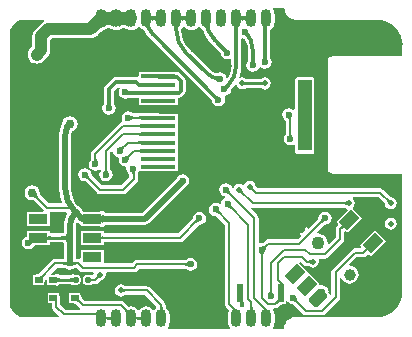
<source format=gtl>
G04*
G04 #@! TF.GenerationSoftware,Altium Limited,Altium Designer,21.2.0 (30)*
G04*
G04 Layer_Physical_Order=1*
G04 Layer_Color=255*
%FSLAX24Y24*%
%MOIN*%
G70*
G04*
G04 #@! TF.SameCoordinates,7FD8D1C1-8453-446E-9C5A-4270D5F62F01*
G04*
G04*
G04 #@! TF.FilePolarity,Positive*
G04*
G01*
G75*
%ADD10C,0.0100*%
%ADD13C,0.0080*%
G04:AMPARAMS|DCode=14|XSize=59.1mil|YSize=39.4mil|CornerRadius=0mil|HoleSize=0mil|Usage=FLASHONLY|Rotation=45.000|XOffset=0mil|YOffset=0mil|HoleType=Round|Shape=Rectangle|*
%AMROTATEDRECTD14*
4,1,4,-0.0070,-0.0348,-0.0348,-0.0070,0.0070,0.0348,0.0348,0.0070,-0.0070,-0.0348,0.0*
%
%ADD14ROTATEDRECTD14*%

G04:AMPARAMS|DCode=15|XSize=59.1mil|YSize=39.4mil|CornerRadius=9.8mil|HoleSize=0mil|Usage=FLASHONLY|Rotation=45.000|XOffset=0mil|YOffset=0mil|HoleType=Round|Shape=RoundedRectangle|*
%AMROUNDEDRECTD15*
21,1,0.0591,0.0197,0,0,45.0*
21,1,0.0394,0.0394,0,0,45.0*
1,1,0.0197,0.0209,0.0070*
1,1,0.0197,-0.0070,-0.0209*
1,1,0.0197,-0.0209,-0.0070*
1,1,0.0197,0.0070,0.0209*
%
%ADD15ROUNDEDRECTD15*%
%ADD16R,0.0260X0.0200*%
%ADD17R,0.0197X0.0591*%
G04:AMPARAMS|DCode=18|XSize=20mil|YSize=20mil|CornerRadius=5mil|HoleSize=0mil|Usage=FLASHONLY|Rotation=90.000|XOffset=0mil|YOffset=0mil|HoleType=Round|Shape=RoundedRectangle|*
%AMROUNDEDRECTD18*
21,1,0.0200,0.0100,0,0,90.0*
21,1,0.0100,0.0200,0,0,90.0*
1,1,0.0100,0.0050,0.0050*
1,1,0.0100,0.0050,-0.0050*
1,1,0.0100,-0.0050,-0.0050*
1,1,0.0100,-0.0050,0.0050*
%
%ADD18ROUNDEDRECTD18*%
%ADD19R,0.0640X0.0353*%
%ADD20R,0.1181X0.0138*%
%ADD33C,0.0118*%
%ADD34C,0.0200*%
%ADD35C,0.0200*%
%ADD36C,0.0400*%
%ADD37C,0.0070*%
%ADD38C,0.0060*%
%ADD39R,0.0450X0.2350*%
%ADD40C,0.0394*%
%ADD41C,0.0433*%
%ADD42O,0.0354X0.0591*%
%ADD43O,0.0787X0.0472*%
%ADD44O,0.0945X0.0472*%
%ADD45C,0.0197*%
%ADD46C,0.0236*%
%ADD47C,0.0177*%
%ADD48C,0.0300*%
G36*
X9279Y10858D02*
X9308Y10820D01*
X9316Y10773D01*
X9319Y10749D01*
X9357Y10658D01*
X9417Y10579D01*
X9496Y10519D01*
X9587Y10481D01*
X9686Y10468D01*
X9699Y10469D01*
X9718Y10466D01*
X12382D01*
X12382Y10466D01*
Y10466D01*
X12430Y10463D01*
X12551Y10451D01*
X12714Y10402D01*
X12864Y10321D01*
X12995Y10214D01*
X13103Y10082D01*
X13183Y9932D01*
X13233Y9769D01*
X13244Y9654D01*
X13241Y9649D01*
X13229Y9591D01*
Y9272D01*
X10950Y9272D01*
X10911Y9264D01*
X10891Y9251D01*
X10841Y9241D01*
X10792Y9208D01*
X10759Y9159D01*
X10747Y9100D01*
Y5500D01*
X10759Y5441D01*
X10792Y5392D01*
X10841Y5359D01*
X10891Y5349D01*
X10911Y5336D01*
X10950Y5328D01*
X13229Y5328D01*
X13231Y1389D01*
X13232Y1382D01*
X13217Y1226D01*
X13169Y1070D01*
X13092Y926D01*
X12989Y799D01*
X12862Y696D01*
X12718Y619D01*
X12562Y571D01*
X12406Y556D01*
X12399Y557D01*
X9702D01*
X9683Y553D01*
X9670Y555D01*
X9572Y542D01*
X9480Y504D01*
X9401Y444D01*
X9341Y365D01*
X9303Y274D01*
X9300Y250D01*
X9292Y203D01*
X9292Y203D01*
X9264Y165D01*
X9249Y159D01*
X9245Y160D01*
X8927D01*
X8908Y210D01*
X8942Y254D01*
X8970Y321D01*
X8980Y394D01*
Y630D01*
X8970Y702D01*
X8942Y770D01*
X8925Y792D01*
X8949Y842D01*
X8985D01*
X8985Y842D01*
X9040Y853D01*
X9086Y884D01*
X9144Y942D01*
X9158Y955D01*
X9159Y956D01*
X9166Y957D01*
X9177Y955D01*
X9186Y958D01*
X9194Y958D01*
X9205Y963D01*
X9216Y966D01*
X9222Y972D01*
X9230Y976D01*
X9238Y984D01*
X9247Y991D01*
X9249Y995D01*
X9347D01*
Y1078D01*
X9356Y1084D01*
X9424Y1071D01*
X9443Y1043D01*
X9515Y995D01*
X9564Y985D01*
X9573Y982D01*
X9582Y980D01*
X9587Y979D01*
X9592Y978D01*
X9596Y977D01*
X9600Y975D01*
X9603Y974D01*
X9606Y972D01*
X9608Y971D01*
X9921Y657D01*
X9921Y657D01*
X9967Y626D01*
X10022Y616D01*
X10022Y616D01*
X10558D01*
X10558Y616D01*
X10613Y626D01*
X10659Y657D01*
X11109Y1107D01*
X11109Y1107D01*
X11140Y1153D01*
X11151Y1208D01*
X11151Y1208D01*
Y1857D01*
X11201Y1867D01*
X11220Y1821D01*
X11267Y1759D01*
X11329Y1712D01*
X11401Y1682D01*
X11479Y1672D01*
X11556Y1682D01*
X11629Y1712D01*
X11691Y1759D01*
X11738Y1821D01*
X11768Y1894D01*
X11778Y1971D01*
X11768Y2049D01*
X11738Y2121D01*
X11691Y2183D01*
X11629Y2230D01*
X11556Y2260D01*
X11491Y2269D01*
X11467Y2315D01*
X11709Y2557D01*
X11929D01*
X11929Y2557D01*
X11984Y2568D01*
X12030Y2599D01*
X12064Y2633D01*
X12125Y2632D01*
X12175Y2582D01*
X12677Y3085D01*
X12314Y3448D01*
X11812Y2945D01*
X11862Y2895D01*
X11863Y2889D01*
X11846Y2849D01*
X11833Y2843D01*
X11650D01*
X11650Y2843D01*
X11595Y2832D01*
X11549Y2801D01*
X11549Y2801D01*
X10907Y2159D01*
X10876Y2113D01*
X10865Y2058D01*
X10865Y2058D01*
Y1303D01*
X10852Y1294D01*
X10797Y1318D01*
X10793Y1337D01*
X10767Y1375D01*
X10772Y1400D01*
X10755Y1485D01*
X10707Y1557D01*
X10635Y1605D01*
X10550Y1622D01*
X10495Y1612D01*
X10471Y1658D01*
X10478Y1665D01*
X10124Y2019D01*
X10115Y2028D01*
X10079Y2063D01*
X9935Y2207D01*
X9902Y2257D01*
X9852Y2290D01*
X9796Y2347D01*
X9815Y2397D01*
X9847Y2401D01*
X9951Y2297D01*
X9951Y2297D01*
X9997Y2266D01*
X10052Y2256D01*
X10107D01*
X10107Y2255D01*
X10173Y2211D01*
X10250Y2196D01*
X10327Y2211D01*
X10393Y2255D01*
X10437Y2321D01*
X10452Y2398D01*
X10441Y2457D01*
X10471Y2507D01*
X10650D01*
X10650Y2507D01*
X10705Y2518D01*
X10751Y2549D01*
X11251Y3049D01*
X11251Y3049D01*
X11282Y3095D01*
X11293Y3150D01*
X11293Y3150D01*
Y3383D01*
X11299Y3396D01*
X11339Y3413D01*
X11345Y3412D01*
X11395Y3362D01*
X11898Y3864D01*
X11590Y4172D01*
X11593Y4207D01*
X11637Y4273D01*
X11652Y4350D01*
X11637Y4427D01*
X11593Y4493D01*
X11572Y4507D01*
X11587Y4557D01*
X12441D01*
X12648Y4350D01*
X12648Y4350D01*
X12663Y4273D01*
X12707Y4207D01*
X12773Y4163D01*
X12850Y4148D01*
X12927Y4163D01*
X12993Y4207D01*
X13037Y4273D01*
X13052Y4350D01*
X13037Y4427D01*
X12993Y4493D01*
X12927Y4537D01*
X12850Y4552D01*
X12850Y4552D01*
X12601Y4801D01*
X12555Y4832D01*
X12500Y4843D01*
X12500Y4843D01*
X8409D01*
X8352Y4900D01*
X8352Y4900D01*
X8337Y4977D01*
X8293Y5043D01*
X8227Y5087D01*
X8150Y5102D01*
X8073Y5087D01*
X8007Y5043D01*
X7963Y4977D01*
X7910Y4965D01*
X7877Y4987D01*
X7800Y5002D01*
X7723Y4987D01*
X7657Y4943D01*
X7613Y4877D01*
X7611Y4865D01*
X7560D01*
X7555Y4885D01*
X7507Y4957D01*
X7435Y5005D01*
X7350Y5022D01*
X7265Y5005D01*
X7193Y4957D01*
X7145Y4885D01*
X7128Y4800D01*
X7145Y4715D01*
X7193Y4643D01*
X7265Y4595D01*
X7328Y4582D01*
Y4531D01*
X7325Y4530D01*
X7253Y4482D01*
X7204Y4410D01*
X7191Y4343D01*
X7149Y4319D01*
X7139Y4318D01*
X7091Y4349D01*
X7006Y4366D01*
X6921Y4349D01*
X6849Y4301D01*
X6801Y4229D01*
X6784Y4144D01*
X6801Y4059D01*
X6849Y3986D01*
X6921Y3938D01*
X7006Y3921D01*
X7016Y3923D01*
X7017Y3923D01*
X7020Y3923D01*
X7023Y3922D01*
X7025Y3921D01*
X7027Y3920D01*
X7028Y3919D01*
X7029Y3919D01*
X7307Y3641D01*
Y1000D01*
X7307Y1000D01*
X7318Y945D01*
X7349Y899D01*
X7467Y781D01*
X7458Y770D01*
X7430Y702D01*
X7420Y630D01*
Y394D01*
X7430Y321D01*
X7458Y254D01*
X7492Y210D01*
X7473Y160D01*
X5427Y160D01*
X5408Y210D01*
X5442Y254D01*
X5470Y321D01*
X5480Y394D01*
Y630D01*
X5470Y702D01*
X5442Y770D01*
X5398Y828D01*
X5343Y870D01*
Y950D01*
X5343Y950D01*
X5332Y1005D01*
X5301Y1051D01*
X4808Y1543D01*
X4762Y1574D01*
X4708Y1585D01*
X4708Y1585D01*
X3993D01*
X3993Y1585D01*
X3927Y1629D01*
X3850Y1645D01*
X3773Y1629D01*
X3707Y1585D01*
X3663Y1520D01*
X3648Y1442D01*
X3663Y1365D01*
X3707Y1299D01*
X3773Y1256D01*
X3850Y1240D01*
X3927Y1256D01*
X3993Y1299D01*
X3993Y1300D01*
X4648D01*
X5036Y912D01*
X5033Y851D01*
X5002Y828D01*
X4982Y800D01*
X4918D01*
X4898Y828D01*
X4840Y872D01*
X4772Y900D01*
X4700Y909D01*
X4628Y900D01*
X4560Y872D01*
X4502Y828D01*
X4482Y800D01*
X4418D01*
X4398Y828D01*
X4340Y872D01*
X4272Y900D01*
X4200Y909D01*
X4128Y900D01*
X4109Y892D01*
X3941Y1061D01*
X3895Y1092D01*
X3840Y1103D01*
X3840Y1103D01*
X2639D01*
X2554Y1187D01*
X2543Y1199D01*
X2539Y1205D01*
X2541Y1214D01*
X2539Y1222D01*
X2540Y1230D01*
X2535Y1242D01*
X2533Y1253D01*
X2529Y1260D01*
X2526Y1268D01*
X2518Y1276D01*
X2511Y1286D01*
X2504Y1291D01*
X2500Y1295D01*
Y1360D01*
X2120D01*
Y1040D01*
X2245D01*
X2249Y1036D01*
X2254Y1029D01*
X2264Y1022D01*
X2272Y1014D01*
X2280Y1011D01*
X2287Y1007D01*
X2298Y1005D01*
X2310Y1000D01*
X2318Y1001D01*
X2326Y999D01*
X2335Y1001D01*
X2350Y988D01*
X2479Y859D01*
X2479Y859D01*
X2503Y843D01*
X2504Y836D01*
X2483Y793D01*
X2009D01*
X1837Y964D01*
Y1200D01*
X1827Y1255D01*
X1796Y1301D01*
X1790Y1305D01*
Y1360D01*
X1410D01*
Y1040D01*
X1534D01*
X1535Y1039D01*
X1539Y1036D01*
X1542Y1031D01*
X1552Y1024D01*
Y905D01*
X1552Y905D01*
X1563Y851D01*
X1594Y804D01*
X1795Y603D01*
X1776Y557D01*
X563D01*
X562Y558D01*
Y558D01*
X562Y558D01*
X482Y569D01*
X374Y614D01*
X281Y685D01*
X209Y778D01*
X165Y886D01*
X151Y988D01*
X154Y1038D01*
X154Y1038D01*
X153Y1086D01*
X153Y1099D01*
Y9901D01*
X153Y9917D01*
X154Y9965D01*
X154Y9965D01*
X149Y10015D01*
X164Y10129D01*
X210Y10240D01*
X283Y10335D01*
X379Y10409D01*
X490Y10455D01*
X565Y10464D01*
X565Y10464D01*
Y10464D01*
X566Y10466D01*
X1282D01*
X1292Y10416D01*
X1283Y10412D01*
X1220Y10364D01*
X1220Y10364D01*
X986Y10130D01*
X938Y10067D01*
X908Y9994D01*
X897Y9916D01*
Y9575D01*
X836Y9514D01*
X788Y9451D01*
X758Y9378D01*
X747Y9300D01*
X758Y9222D01*
X788Y9149D01*
X836Y9086D01*
X899Y9038D01*
X972Y9008D01*
X1050Y8997D01*
X1128Y9008D01*
X1201Y9038D01*
X1264Y9086D01*
X1414Y9236D01*
X1462Y9299D01*
X1492Y9372D01*
X1503Y9450D01*
Y9790D01*
X1560Y9847D01*
X2838D01*
X2917Y9858D01*
X2989Y9888D01*
X3039Y9926D01*
X3040Y9926D01*
X3041Y9927D01*
X3052Y9936D01*
X3084Y9968D01*
X3126Y10009D01*
X3187Y10064D01*
X3235Y10102D01*
X3252Y10114D01*
X3263Y10121D01*
X3267Y10122D01*
X3271Y10124D01*
X3272Y10124D01*
X3286Y10129D01*
X3290Y10130D01*
X3292Y10132D01*
X3324Y10145D01*
X3328Y10146D01*
X3331Y10148D01*
X3340Y10152D01*
X3343Y10154D01*
X3344Y10155D01*
X3360Y10165D01*
X3375Y10172D01*
X3396Y10179D01*
X3423Y10187D01*
X3450Y10192D01*
X3477Y10187D01*
X3504Y10179D01*
X3525Y10172D01*
X3540Y10165D01*
X3556Y10155D01*
X3557Y10154D01*
X3560Y10152D01*
X3569Y10148D01*
X3572Y10146D01*
X3576Y10145D01*
X3628Y10124D01*
X3700Y10114D01*
X3772Y10124D01*
X3824Y10145D01*
X3828Y10146D01*
X3831Y10148D01*
X3840Y10152D01*
X3843Y10154D01*
X3844Y10155D01*
X3860Y10165D01*
X3875Y10172D01*
X3896Y10179D01*
X3923Y10187D01*
X3950Y10192D01*
X3977Y10187D01*
X4004Y10179D01*
X4025Y10172D01*
X4040Y10165D01*
X4056Y10155D01*
X4057Y10154D01*
X4060Y10152D01*
X4069Y10148D01*
X4072Y10146D01*
X4076Y10145D01*
X4128Y10124D01*
X4200Y10114D01*
X4272Y10124D01*
X4340Y10152D01*
X4398Y10196D01*
X4418Y10223D01*
X4482D01*
X4502Y10196D01*
X4560Y10152D01*
X4619Y10127D01*
X4621Y10124D01*
X4644Y10087D01*
X4657Y10063D01*
X4663Y10056D01*
X4691Y10003D01*
X4805Y9864D01*
X4806Y9865D01*
X4806Y9865D01*
X6878Y7793D01*
X6878Y7792D01*
X6879Y7791D01*
X6895Y7715D01*
X6943Y7643D01*
X7015Y7595D01*
X7100Y7578D01*
X7185Y7595D01*
X7257Y7643D01*
X7305Y7715D01*
X7322Y7800D01*
X7306Y7882D01*
X7306Y7885D01*
X7333Y7934D01*
X7385Y7945D01*
X7457Y7993D01*
X7505Y8065D01*
X7512Y8096D01*
X7522Y8142D01*
X7641Y8281D01*
X7656Y8305D01*
X7708Y8296D01*
X7713Y8273D01*
X7757Y8207D01*
X7823Y8163D01*
X7900Y8148D01*
X7977Y8163D01*
X8022Y8193D01*
X8023Y8193D01*
X8024Y8193D01*
X8516D01*
X8573Y8156D01*
X8650Y8140D01*
X8727Y8156D01*
X8793Y8199D01*
X8837Y8265D01*
X8852Y8343D01*
X8837Y8420D01*
X8793Y8486D01*
X8727Y8529D01*
X8650Y8545D01*
X8573Y8529D01*
X8528Y8499D01*
X8527Y8499D01*
X8526Y8499D01*
X8034D01*
X7977Y8537D01*
X7900Y8552D01*
X7832Y8539D01*
X7792Y8572D01*
X7806Y8605D01*
X7848Y8782D01*
X7863Y8964D01*
X7862D01*
Y9827D01*
X7906Y9850D01*
X7915Y9845D01*
X7970Y9834D01*
X7971Y9832D01*
X7975Y9827D01*
X7975Y9827D01*
X8037Y9712D01*
X8076Y9582D01*
X8089Y9451D01*
X8088Y9446D01*
Y9102D01*
X8088Y9101D01*
X8087Y9099D01*
X8045Y9035D01*
X8028Y8950D01*
X8045Y8865D01*
X8093Y8793D01*
X8165Y8745D01*
X8250Y8728D01*
X8335Y8745D01*
X8407Y8793D01*
X8455Y8865D01*
X8456Y8865D01*
X8510Y8881D01*
X8565Y8845D01*
X8650Y8828D01*
X8735Y8845D01*
X8807Y8893D01*
X8855Y8965D01*
X8872Y9050D01*
X8855Y9135D01*
X8813Y9199D01*
X8812Y9200D01*
X8812Y9204D01*
Y10133D01*
X8813Y10140D01*
X8840Y10152D01*
X8898Y10196D01*
X8942Y10254D01*
X8970Y10321D01*
X8980Y10394D01*
Y10630D01*
X8970Y10702D01*
X8942Y10770D01*
X8909Y10813D01*
X8929Y10863D01*
X9261D01*
X9265Y10864D01*
X9279Y10858D01*
D02*
G37*
G36*
X4111Y10714D02*
X4200Y10712D01*
Y10312D01*
X4139Y10311D01*
X4111Y10309D01*
Y10240D01*
X4090Y10254D01*
X4065Y10266D01*
X4035Y10277D01*
X4001Y10286D01*
X3962Y10294D01*
X3950Y10296D01*
X3938Y10294D01*
X3899Y10286D01*
X3865Y10277D01*
X3835Y10266D01*
X3810Y10254D01*
X3789Y10240D01*
Y10310D01*
X3700Y10312D01*
X3639Y10311D01*
X3611Y10309D01*
Y10240D01*
X3590Y10254D01*
X3565Y10266D01*
X3535Y10277D01*
X3501Y10286D01*
X3462Y10294D01*
X3450Y10296D01*
X3438Y10294D01*
X3399Y10286D01*
X3365Y10277D01*
X3335Y10266D01*
X3310Y10254D01*
X3289Y10240D01*
Y10310D01*
X3203Y10312D01*
X3246Y10222D01*
X3232Y10219D01*
X3216Y10211D01*
X3197Y10200D01*
X3174Y10184D01*
X3121Y10142D01*
X3056Y10083D01*
X2980Y10009D01*
X2740Y10334D01*
X2793Y10388D01*
X2999Y10620D01*
X3014Y10643D01*
X3024Y10662D01*
X3029Y10676D01*
X3200Y10318D01*
Y10712D01*
X3261Y10713D01*
X3289Y10714D01*
Y10784D01*
X3310Y10770D01*
X3335Y10758D01*
X3365Y10747D01*
X3399Y10738D01*
X3438Y10730D01*
X3450Y10728D01*
X3462Y10730D01*
X3501Y10738D01*
X3535Y10747D01*
X3565Y10758D01*
X3590Y10770D01*
X3611Y10784D01*
Y10714D01*
X3700Y10712D01*
X3761Y10713D01*
X3789Y10714D01*
Y10784D01*
X3810Y10770D01*
X3835Y10758D01*
X3865Y10747D01*
X3899Y10738D01*
X3938Y10730D01*
X3950Y10728D01*
X3962Y10730D01*
X4001Y10738D01*
X4035Y10747D01*
X4065Y10758D01*
X4090Y10770D01*
X4111Y10784D01*
Y10714D01*
D02*
G37*
G36*
X8024Y10394D02*
X8023Y10405D01*
X8019Y10415D01*
X8013Y10424D01*
X8005Y10432D01*
X7994Y10438D01*
X7981Y10443D01*
X7965Y10447D01*
X7950Y10450D01*
X7935Y10447D01*
X7919Y10443D01*
X7906Y10438D01*
X7895Y10431D01*
X7887Y10424D01*
X7881Y10415D01*
X7877Y10405D01*
X7876Y10394D01*
X7876Y10630D01*
X7877Y10619D01*
X7881Y10609D01*
X7887Y10600D01*
X7895Y10592D01*
X7906Y10586D01*
X7919Y10580D01*
X7935Y10576D01*
X7950Y10574D01*
X7965Y10576D01*
X7981Y10580D01*
X7994Y10586D01*
X8005Y10592D01*
X8013Y10600D01*
X8019Y10609D01*
X8023Y10619D01*
X8024Y10630D01*
X8024Y10394D01*
D02*
G37*
G36*
X6024D02*
X6023Y10405D01*
X6019Y10415D01*
X6013Y10424D01*
X6005Y10432D01*
X5994Y10438D01*
X5981Y10443D01*
X5965Y10447D01*
X5950Y10450D01*
X5935Y10447D01*
X5919Y10443D01*
X5906Y10438D01*
X5895Y10431D01*
X5887Y10424D01*
X5881Y10415D01*
X5877Y10405D01*
X5876Y10394D01*
X5876Y10630D01*
X5877Y10619D01*
X5881Y10609D01*
X5887Y10600D01*
X5895Y10592D01*
X5906Y10586D01*
X5919Y10580D01*
X5935Y10576D01*
X5950Y10574D01*
X5965Y10576D01*
X5981Y10580D01*
X5994Y10586D01*
X6005Y10592D01*
X6013Y10600D01*
X6019Y10609D01*
X6023Y10619D01*
X6024Y10630D01*
X6024Y10394D01*
D02*
G37*
G36*
X5024D02*
X5023Y10405D01*
X5019Y10415D01*
X5013Y10424D01*
X5005Y10432D01*
X4994Y10438D01*
X4981Y10443D01*
X4965Y10447D01*
X4950Y10450D01*
X4935Y10447D01*
X4919Y10443D01*
X4906Y10438D01*
X4895Y10431D01*
X4887Y10424D01*
X4881Y10415D01*
X4877Y10405D01*
X4876Y10394D01*
X4876Y10630D01*
X4877Y10619D01*
X4881Y10609D01*
X4887Y10600D01*
X4895Y10592D01*
X4906Y10586D01*
X4919Y10580D01*
X4935Y10576D01*
X4950Y10574D01*
X4965Y10576D01*
X4981Y10580D01*
X4994Y10586D01*
X5005Y10592D01*
X5013Y10600D01*
X5019Y10609D01*
X5023Y10619D01*
X5024Y10630D01*
X5024Y10394D01*
D02*
G37*
G36*
X8768Y10233D02*
X8757Y10235D01*
X8747Y10233D01*
X8738Y10229D01*
X8730Y10220D01*
X8724Y10209D01*
X8718Y10194D01*
X8714Y10175D01*
X8711Y10153D01*
X8710Y10128D01*
X8709Y10099D01*
X8591Y10137D01*
X8590Y10159D01*
X8587Y10198D01*
X8584Y10217D01*
X8580Y10234D01*
X8575Y10250D01*
X8569Y10265D01*
X8562Y10280D01*
X8555Y10293D01*
X8546Y10305D01*
X8768Y10233D01*
D02*
G37*
G36*
X5793Y10250D02*
X5786Y10246D01*
X5780Y10239D01*
X5774Y10229D01*
X5770Y10217D01*
X5766Y10202D01*
X5763Y10184D01*
X5761Y10164D01*
X5759Y10114D01*
X5641D01*
X5641Y10140D01*
X5637Y10184D01*
X5634Y10202D01*
X5630Y10217D01*
X5626Y10229D01*
X5620Y10239D01*
X5614Y10246D01*
X5607Y10250D01*
X5599Y10251D01*
X5801D01*
X5793Y10250D01*
D02*
G37*
G36*
X4840Y10297D02*
X4832Y10291D01*
X4827Y10281D01*
X4824Y10270D01*
X4824Y10256D01*
X4826Y10239D01*
X4831Y10221D01*
X4839Y10199D01*
X4849Y10176D01*
X4861Y10150D01*
X4747Y10110D01*
X4733Y10137D01*
X4705Y10182D01*
X4692Y10199D01*
X4679Y10214D01*
X4666Y10225D01*
X4654Y10233D01*
X4642Y10238D01*
X4631Y10239D01*
X4619Y10238D01*
X4850Y10302D01*
X4840Y10297D01*
D02*
G37*
G36*
X7806Y10262D02*
X7796Y10257D01*
X7788Y10250D01*
X7780Y10239D01*
X7774Y10225D01*
X7768Y10208D01*
X7764Y10188D01*
X7761Y10165D01*
X7760Y10139D01*
X7759Y10110D01*
X7641D01*
X7640Y10139D01*
X7636Y10188D01*
X7632Y10208D01*
X7626Y10225D01*
X7620Y10239D01*
X7612Y10250D01*
X7604Y10257D01*
X7594Y10262D01*
X7583Y10263D01*
X7817D01*
X7806Y10262D01*
D02*
G37*
G36*
X6826Y10282D02*
X6818Y10276D01*
X6812Y10267D01*
X6807Y10256D01*
X6805Y10242D01*
X6806Y10225D01*
X6808Y10205D01*
X6812Y10182D01*
X6819Y10157D01*
X6828Y10129D01*
X6709Y10107D01*
X6699Y10136D01*
X6679Y10183D01*
X6668Y10202D01*
X6657Y10218D01*
X6647Y10230D01*
X6636Y10240D01*
X6625Y10246D01*
X6613Y10249D01*
X6602Y10249D01*
X6837Y10285D01*
X6826Y10282D01*
D02*
G37*
G36*
X8118Y10035D02*
X8118Y10028D01*
X8120Y10021D01*
X8122Y10014D01*
X8126Y10005D01*
X8130Y9997D01*
X8140Y9977D01*
X8147Y9967D01*
X8154Y9956D01*
X8065Y9876D01*
X8058Y9887D01*
X8051Y9896D01*
X8044Y9904D01*
X8037Y9911D01*
X8029Y9917D01*
X8022Y9922D01*
X8015Y9926D01*
X8008Y9929D01*
X8000Y9931D01*
X7993Y9932D01*
X8118Y10041D01*
X8118Y10035D01*
D02*
G37*
G36*
X7328Y9523D02*
X7346Y9508D01*
X7354Y9502D01*
X7362Y9497D01*
X7370Y9493D01*
X7378Y9490D01*
X7385Y9488D01*
X7392Y9486D01*
X7399Y9486D01*
X7282Y9369D01*
X7281Y9376D01*
X7280Y9383D01*
X7278Y9390D01*
X7275Y9398D01*
X7271Y9405D01*
X7265Y9413D01*
X7259Y9422D01*
X7253Y9430D01*
X7236Y9448D01*
X7319Y9532D01*
X7328Y9523D01*
D02*
G37*
G36*
X8709Y9210D02*
X8711Y9188D01*
X8713Y9177D01*
X8715Y9168D01*
X8718Y9160D01*
X8721Y9152D01*
X8724Y9145D01*
X8728Y9139D01*
X8733Y9134D01*
X8567D01*
X8572Y9139D01*
X8576Y9145D01*
X8579Y9152D01*
X8582Y9160D01*
X8585Y9168D01*
X8587Y9177D01*
X8589Y9188D01*
X8590Y9199D01*
X8591Y9223D01*
X8709D01*
X8709Y9210D01*
D02*
G37*
G36*
X8309Y9110D02*
X8311Y9088D01*
X8313Y9077D01*
X8315Y9068D01*
X8318Y9060D01*
X8321Y9052D01*
X8324Y9045D01*
X8328Y9039D01*
X8333Y9034D01*
X8167D01*
X8172Y9039D01*
X8176Y9045D01*
X8179Y9052D01*
X8182Y9060D01*
X8185Y9068D01*
X8187Y9077D01*
X8189Y9088D01*
X8190Y9099D01*
X8191Y9123D01*
X8309D01*
X8309Y9110D01*
D02*
G37*
G36*
X7058Y8426D02*
X7054Y8430D01*
X7049Y8434D01*
X7044Y8438D01*
X7037Y8442D01*
X7029Y8446D01*
X7010Y8453D01*
X6999Y8457D01*
X6974Y8465D01*
X6985Y8585D01*
X6996Y8581D01*
X7007Y8579D01*
X7018Y8577D01*
X7028Y8577D01*
X7037Y8577D01*
X7046Y8578D01*
X7054Y8580D01*
X7061Y8582D01*
X7068Y8586D01*
X7074Y8591D01*
X7058Y8426D01*
D02*
G37*
G36*
X6002Y10196D02*
X6060Y10152D01*
X6128Y10124D01*
X6200Y10114D01*
X6272Y10124D01*
X6340Y10152D01*
X6398Y10196D01*
X6418Y10223D01*
X6482D01*
X6502Y10196D01*
X6560Y10152D01*
X6585Y10141D01*
X6587Y10138D01*
X6604Y10099D01*
X6605Y10098D01*
X6613Y10073D01*
X6618Y10065D01*
X6664Y9954D01*
X6759Y9799D01*
X6878Y9660D01*
X6878Y9660D01*
X7178Y9361D01*
X7178Y9360D01*
X7179Y9358D01*
X7195Y9283D01*
X7243Y9210D01*
X7315Y9162D01*
X7400Y9145D01*
X7485Y9162D01*
X7494Y9168D01*
X7538Y9144D01*
Y8964D01*
X7539Y8957D01*
X7524Y8800D01*
X7476Y8643D01*
X7417Y8532D01*
X7364Y8540D01*
X7355Y8585D01*
X7307Y8657D01*
X7235Y8705D01*
X7150Y8722D01*
X7065Y8705D01*
X7026Y8679D01*
X6928Y8720D01*
X6841Y8787D01*
X6838Y8791D01*
X6108Y9522D01*
X6101Y9526D01*
X6002Y9648D01*
X5924Y9793D01*
X5876Y9950D01*
X5861Y10107D01*
X5862Y10114D01*
Y10146D01*
X5863Y10157D01*
X5864Y10170D01*
X5898Y10196D01*
X5918Y10223D01*
X5982D01*
X6002Y10196D01*
D02*
G37*
G36*
X7977Y8412D02*
X7982Y8409D01*
X7987Y8406D01*
X7993Y8403D01*
X8000Y8401D01*
X8008Y8399D01*
X8016Y8398D01*
X8025Y8397D01*
X8046Y8396D01*
X8042Y8296D01*
X8031Y8296D01*
X8012Y8295D01*
X8003Y8293D01*
X7995Y8292D01*
X7988Y8290D01*
X7982Y8288D01*
X7977Y8285D01*
X7972Y8282D01*
X7968Y8278D01*
X7973Y8416D01*
X7977Y8412D01*
D02*
G37*
G36*
X8577Y8276D02*
X8573Y8280D01*
X8568Y8284D01*
X8563Y8286D01*
X8557Y8289D01*
X8550Y8291D01*
X8542Y8293D01*
X8534Y8294D01*
X8525Y8295D01*
X8504Y8296D01*
X8508Y8396D01*
X8519Y8396D01*
X8538Y8398D01*
X8547Y8399D01*
X8554Y8401D01*
X8562Y8403D01*
X8568Y8405D01*
X8573Y8408D01*
X8578Y8411D01*
X8582Y8414D01*
X8577Y8276D01*
D02*
G37*
G36*
X7028Y7955D02*
X7046Y7941D01*
X7054Y7935D01*
X7062Y7929D01*
X7070Y7925D01*
X7078Y7922D01*
X7085Y7920D01*
X7092Y7919D01*
X7099Y7918D01*
X6982Y7801D01*
X6981Y7808D01*
X6980Y7815D01*
X6978Y7822D01*
X6975Y7830D01*
X6971Y7838D01*
X6965Y7846D01*
X6959Y7854D01*
X6952Y7863D01*
X6936Y7881D01*
X7019Y7964D01*
X7028Y7955D01*
D02*
G37*
G36*
X8249Y4891D02*
X8250Y4883D01*
X8251Y4875D01*
X8254Y4867D01*
X8257Y4860D01*
X8261Y4852D01*
X8266Y4845D01*
X8271Y4837D01*
X8277Y4830D01*
X8284Y4823D01*
X8227Y4766D01*
X8220Y4773D01*
X8213Y4779D01*
X8205Y4785D01*
X8198Y4789D01*
X8190Y4793D01*
X8183Y4796D01*
X8175Y4799D01*
X8167Y4800D01*
X8159Y4801D01*
X8151Y4802D01*
X8248Y4899D01*
X8249Y4891D01*
D02*
G37*
G36*
X7899Y4791D02*
X7900Y4783D01*
X7901Y4775D01*
X7904Y4767D01*
X7907Y4760D01*
X7911Y4752D01*
X7915Y4745D01*
X7921Y4737D01*
X7927Y4730D01*
X7934Y4723D01*
X7877Y4666D01*
X7870Y4673D01*
X7863Y4679D01*
X7855Y4685D01*
X7848Y4689D01*
X7840Y4693D01*
X7833Y4696D01*
X7825Y4699D01*
X7817Y4700D01*
X7809Y4701D01*
X7801Y4702D01*
X7898Y4799D01*
X7899Y4791D01*
D02*
G37*
G36*
X7468Y4787D02*
X7469Y4776D01*
X7471Y4765D01*
X7474Y4754D01*
X7478Y4744D01*
X7482Y4734D01*
X7487Y4725D01*
X7493Y4716D01*
X7499Y4708D01*
X7507Y4700D01*
X7450Y4643D01*
X7442Y4651D01*
X7434Y4657D01*
X7425Y4663D01*
X7416Y4668D01*
X7406Y4672D01*
X7396Y4676D01*
X7385Y4679D01*
X7374Y4681D01*
X7363Y4682D01*
X7351Y4682D01*
X7468Y4799D01*
X7468Y4787D01*
D02*
G37*
G36*
X12780Y4477D02*
X12787Y4471D01*
X12795Y4466D01*
X12802Y4461D01*
X12810Y4457D01*
X12817Y4454D01*
X12825Y4451D01*
X12833Y4450D01*
X12841Y4449D01*
X12849Y4448D01*
X12752Y4351D01*
X12751Y4359D01*
X12750Y4367D01*
X12749Y4375D01*
X12746Y4383D01*
X12743Y4390D01*
X12739Y4398D01*
X12735Y4405D01*
X12729Y4413D01*
X12723Y4420D01*
X12716Y4427D01*
X12773Y4484D01*
X12780Y4477D01*
D02*
G37*
G36*
X11380Y4281D02*
X11374Y4287D01*
X11367Y4292D01*
X11361Y4296D01*
X11354Y4300D01*
X11346Y4303D01*
X11338Y4305D01*
X11329Y4307D01*
X11320Y4309D01*
X11311Y4310D01*
X11301Y4310D01*
Y4390D01*
X11311Y4390D01*
X11320Y4391D01*
X11329Y4393D01*
X11338Y4395D01*
X11346Y4397D01*
X11354Y4400D01*
X11361Y4404D01*
X11367Y4408D01*
X11374Y4413D01*
X11380Y4419D01*
Y4281D01*
D02*
G37*
G36*
X7528Y4312D02*
X7529Y4301D01*
X7531Y4290D01*
X7534Y4279D01*
X7537Y4269D01*
X7542Y4259D01*
X7547Y4250D01*
X7553Y4241D01*
X7559Y4233D01*
X7567Y4225D01*
X7510Y4168D01*
X7502Y4176D01*
X7494Y4182D01*
X7485Y4188D01*
X7475Y4193D01*
X7466Y4197D01*
X7455Y4201D01*
X7445Y4204D01*
X7434Y4206D01*
X7423Y4207D01*
X7411Y4207D01*
X7528Y4324D01*
X7528Y4312D01*
D02*
G37*
G36*
X7125Y4131D02*
X7126Y4119D01*
X7128Y4109D01*
X7130Y4098D01*
X7134Y4088D01*
X7138Y4078D01*
X7143Y4069D01*
X7149Y4060D01*
X7156Y4051D01*
X7163Y4043D01*
X7107Y3987D01*
X7099Y3994D01*
X7090Y4001D01*
X7081Y4007D01*
X7072Y4012D01*
X7062Y4016D01*
X7052Y4020D01*
X7041Y4022D01*
X7031Y4024D01*
X7019Y4025D01*
X7007Y4026D01*
X7124Y4143D01*
X7125Y4131D01*
D02*
G37*
G36*
X10649Y3732D02*
X10637Y3732D01*
X10626Y3731D01*
X10615Y3729D01*
X10604Y3726D01*
X10594Y3722D01*
X10584Y3718D01*
X10575Y3713D01*
X10566Y3707D01*
X10558Y3701D01*
X10550Y3693D01*
X10493Y3750D01*
X10501Y3758D01*
X10507Y3766D01*
X10513Y3775D01*
X10518Y3784D01*
X10522Y3794D01*
X10526Y3804D01*
X10529Y3815D01*
X10531Y3826D01*
X10532Y3837D01*
X10532Y3849D01*
X10649Y3732D01*
D02*
G37*
G36*
X8250Y4207D02*
X8250Y4207D01*
X11307D01*
X11307Y4207D01*
X11373Y4163D01*
X11395Y4159D01*
X11412Y4104D01*
X11032Y3725D01*
X11082Y3675D01*
X11083Y3614D01*
X11049Y3580D01*
X11018Y3534D01*
X11007Y3479D01*
X11007Y3479D01*
Y3209D01*
X10785Y2987D01*
X10738Y3011D01*
X10740Y3029D01*
X10729Y3112D01*
X10698Y3189D01*
X10647Y3255D01*
X10581Y3305D01*
X10504Y3337D01*
X10421Y3348D01*
X10416Y3348D01*
X10394Y3392D01*
X10627Y3625D01*
X10628Y3626D01*
X10630Y3627D01*
X10631Y3627D01*
X10633Y3628D01*
X10636Y3629D01*
X10639Y3629D01*
X10640Y3630D01*
X10650Y3628D01*
X10735Y3645D01*
X10807Y3693D01*
X10855Y3765D01*
X10872Y3850D01*
X10855Y3935D01*
X10807Y4007D01*
X10735Y4055D01*
X10650Y4072D01*
X10565Y4055D01*
X10493Y4007D01*
X10445Y3935D01*
X10428Y3850D01*
X10430Y3840D01*
X10429Y3839D01*
X10429Y3836D01*
X10428Y3834D01*
X10427Y3831D01*
X10427Y3830D01*
X10426Y3828D01*
X10425Y3827D01*
X10105Y3507D01*
X10078Y3513D01*
X10057Y3530D01*
X10057Y3532D01*
X10056Y3539D01*
X10056Y3546D01*
X10051Y3558D01*
X10050Y3565D01*
X10041Y3609D01*
X10008Y3658D01*
X9945Y3722D01*
X9895Y3755D01*
X9836Y3766D01*
X9778Y3755D01*
X9728Y3722D01*
X9695Y3672D01*
X9683Y3613D01*
X9695Y3555D01*
X9712Y3530D01*
X9712Y3529D01*
X9714Y3526D01*
X9728Y3505D01*
X9732Y3501D01*
X9733Y3499D01*
X9736Y3484D01*
X9739Y3480D01*
X9740Y3476D01*
X9745Y3470D01*
X9742Y3452D01*
X9753Y3393D01*
X9786Y3344D01*
X9836Y3310D01*
X9837Y3310D01*
X9854Y3256D01*
X9741Y3143D01*
X8758D01*
X8758Y3143D01*
X8703Y3132D01*
X8657Y3101D01*
X8657Y3101D01*
X8581Y3025D01*
X8580Y3024D01*
X8579Y3023D01*
X8577Y3023D01*
X8575Y3022D01*
X8572Y3021D01*
X8569Y3021D01*
X8568Y3020D01*
X8558Y3022D01*
X8493Y3009D01*
X8443Y3041D01*
Y3850D01*
X8443Y3850D01*
X8432Y3905D01*
X8401Y3951D01*
X8401Y3951D01*
X8177Y4175D01*
X8178Y4176D01*
X8207Y4216D01*
X8250Y4207D01*
D02*
G37*
G36*
X11314Y3531D02*
X11309Y3536D01*
X11302Y3539D01*
X11295Y3540D01*
X11287Y3540D01*
X11279Y3538D01*
X11270Y3534D01*
X11261Y3528D01*
X11251Y3521D01*
X11240Y3512D01*
X11229Y3502D01*
X11172Y3558D01*
X11183Y3569D01*
X11192Y3580D01*
X11199Y3590D01*
X11204Y3600D01*
X11208Y3608D01*
X11210Y3617D01*
X11211Y3624D01*
X11209Y3631D01*
X11206Y3638D01*
X11201Y3644D01*
X11314Y3531D01*
D02*
G37*
G36*
X9955Y3529D02*
X9830Y3526D01*
X9832Y3528D01*
X9833Y3531D01*
X9832Y3535D01*
X9831Y3539D01*
X9829Y3544D01*
X9826Y3550D01*
X9821Y3556D01*
X9816Y3562D01*
X9802Y3578D01*
X9894Y3627D01*
X9955Y3529D01*
D02*
G37*
G36*
X8715Y2900D02*
X8708Y2892D01*
X8701Y2884D01*
X8695Y2875D01*
X8690Y2866D01*
X8686Y2856D01*
X8682Y2846D01*
X8679Y2835D01*
X8678Y2824D01*
X8676Y2813D01*
X8676Y2801D01*
X8559Y2918D01*
X8571Y2918D01*
X8582Y2919D01*
X8593Y2921D01*
X8604Y2924D01*
X8614Y2928D01*
X8624Y2932D01*
X8633Y2937D01*
X8642Y2943D01*
X8650Y2949D01*
X8659Y2957D01*
X8715Y2900D01*
D02*
G37*
G36*
X12094Y2751D02*
X12088Y2756D01*
X12081Y2759D01*
X12074Y2761D01*
X12067Y2760D01*
X12058Y2758D01*
X12050Y2754D01*
X12040Y2749D01*
X12030Y2742D01*
X12019Y2733D01*
X12008Y2722D01*
X11952Y2779D01*
X11962Y2790D01*
X11971Y2801D01*
X11978Y2811D01*
X11984Y2820D01*
X11988Y2829D01*
X11990Y2837D01*
X11990Y2845D01*
X11989Y2852D01*
X11986Y2859D01*
X11981Y2864D01*
X12094Y2751D01*
D02*
G37*
G36*
X8635Y2710D02*
X8626Y2702D01*
X8619Y2694D01*
X8612Y2686D01*
X8606Y2677D01*
X8601Y2667D01*
X8597Y2658D01*
X8594Y2648D01*
X8592Y2637D01*
X8590Y2627D01*
X8590Y2615D01*
X8510Y2621D01*
X8510Y2632D01*
X8508Y2643D01*
X8506Y2653D01*
X8504Y2664D01*
X8500Y2674D01*
X8496Y2684D01*
X8490Y2694D01*
X8484Y2703D01*
X8477Y2712D01*
X8470Y2722D01*
X8635Y2710D01*
D02*
G37*
G36*
X10180Y2329D02*
X10174Y2335D01*
X10167Y2340D01*
X10161Y2344D01*
X10154Y2348D01*
X10146Y2351D01*
X10138Y2354D01*
X10129Y2356D01*
X10120Y2357D01*
X10111Y2358D01*
X10101Y2358D01*
Y2438D01*
X10111Y2439D01*
X10120Y2439D01*
X10129Y2441D01*
X10138Y2443D01*
X10146Y2445D01*
X10154Y2449D01*
X10161Y2452D01*
X10167Y2457D01*
X10174Y2462D01*
X10180Y2467D01*
Y2329D01*
D02*
G37*
G36*
X9240Y1689D02*
X9241Y1671D01*
X9243Y1663D01*
X9244Y1657D01*
X9246Y1652D01*
X9248Y1648D01*
X9250Y1645D01*
X9253Y1643D01*
X9256Y1643D01*
X9144D01*
X9147Y1643D01*
X9150Y1645D01*
X9152Y1648D01*
X9154Y1652D01*
X9156Y1657D01*
X9157Y1663D01*
X9159Y1671D01*
X9159Y1679D01*
X9160Y1700D01*
X9240D01*
X9240Y1689D01*
D02*
G37*
G36*
X3926Y1506D02*
X3932Y1501D01*
X3939Y1497D01*
X3946Y1493D01*
X3954Y1490D01*
X3962Y1487D01*
X3971Y1485D01*
X3980Y1484D01*
X3989Y1483D01*
X3999Y1482D01*
Y1402D01*
X3989Y1402D01*
X3980Y1401D01*
X3971Y1400D01*
X3962Y1398D01*
X3954Y1395D01*
X3946Y1392D01*
X3939Y1388D01*
X3932Y1384D01*
X3926Y1379D01*
X3920Y1374D01*
Y1511D01*
X3926Y1506D01*
D02*
G37*
G36*
X8890Y1421D02*
X8892Y1410D01*
X8894Y1400D01*
X8897Y1390D01*
X8901Y1380D01*
X8905Y1370D01*
X8911Y1361D01*
X8917Y1352D01*
X8925Y1343D01*
X8933Y1334D01*
X8767D01*
X8775Y1343D01*
X8783Y1352D01*
X8789Y1361D01*
X8795Y1370D01*
X8799Y1380D01*
X8803Y1390D01*
X8806Y1400D01*
X8808Y1410D01*
X8810Y1421D01*
X8810Y1432D01*
X8890D01*
X8890Y1421D01*
D02*
G37*
G36*
X10512Y1288D02*
X10511Y1288D01*
X10509Y1287D01*
X10507Y1285D01*
X10496Y1275D01*
X10470Y1250D01*
X10400Y1320D01*
X10438Y1362D01*
X10512Y1288D01*
D02*
G37*
G36*
X9169Y1057D02*
X9165Y1063D01*
X9158Y1066D01*
X9151Y1067D01*
X9142Y1065D01*
X9131Y1061D01*
X9119Y1054D01*
X9106Y1044D01*
X9091Y1032D01*
X9056Y999D01*
X9035Y1092D01*
X9050Y1107D01*
X9073Y1134D01*
X9081Y1147D01*
X9088Y1158D01*
X9093Y1169D01*
X9096Y1179D01*
X9097Y1189D01*
X9096Y1197D01*
X9093Y1205D01*
X9169Y1057D01*
D02*
G37*
G36*
X2434Y1208D02*
X2432Y1201D01*
Y1192D01*
X2434Y1183D01*
X2439Y1172D01*
X2446Y1160D01*
X2455Y1147D01*
X2466Y1133D01*
X2495Y1101D01*
X2439Y1045D01*
X2422Y1060D01*
X2393Y1085D01*
X2380Y1094D01*
X2368Y1101D01*
X2357Y1106D01*
X2348Y1108D01*
X2339D01*
X2332Y1106D01*
X2326Y1101D01*
X2439Y1214D01*
X2434Y1208D01*
D02*
G37*
G36*
X9716Y1173D02*
X9716Y1162D01*
X9717Y1152D01*
X9719Y1141D01*
X9722Y1131D01*
X9725Y1122D01*
X9730Y1112D01*
X9736Y1103D01*
X9742Y1095D01*
X9750Y1087D01*
X9686Y1037D01*
X9678Y1045D01*
X9670Y1052D01*
X9661Y1058D01*
X9652Y1063D01*
X9642Y1068D01*
X9632Y1072D01*
X9621Y1076D01*
X9610Y1079D01*
X9599Y1081D01*
X9587Y1083D01*
X9717Y1185D01*
X9716Y1173D01*
D02*
G37*
G36*
X1729Y1101D02*
X1730Y1100D01*
X1731Y1098D01*
X1732Y1094D01*
X1733Y1088D01*
X1734Y1072D01*
X1735Y1021D01*
X1655D01*
X1654Y1037D01*
X1653Y1050D01*
X1651Y1062D01*
X1648Y1073D01*
X1645Y1082D01*
X1640Y1089D01*
X1635Y1095D01*
X1629Y1099D01*
X1622Y1102D01*
X1615Y1102D01*
X1729Y1101D01*
D02*
G37*
G36*
X7922Y1101D02*
X7922Y1093D01*
X7924Y1085D01*
X7926Y1077D01*
X7928Y1071D01*
X7931Y1064D01*
X7934Y1059D01*
X7938Y1054D01*
X7942Y1050D01*
X7947Y1046D01*
X7918Y1040D01*
X7918Y1039D01*
X7919Y1032D01*
X7920Y1024D01*
X7921Y1003D01*
X7921Y990D01*
X7841D01*
X7841Y1003D01*
X7839Y1023D01*
X7826Y1020D01*
X7829Y1025D01*
X7832Y1031D01*
X7834Y1036D01*
X7835Y1040D01*
X7832Y1045D01*
X7829Y1050D01*
X7825Y1053D01*
X7820Y1055D01*
X7815Y1056D01*
X7839D01*
X7839Y1057D01*
X7841Y1073D01*
X7841Y1082D01*
X7841Y1091D01*
X7921Y1111D01*
X7922Y1101D01*
D02*
G37*
G36*
X8240Y864D02*
X8244Y833D01*
X8246Y821D01*
X8250Y810D01*
X8254Y802D01*
X8259Y795D01*
X8265Y790D01*
X8272Y787D01*
X8280Y786D01*
X8120D01*
X8128Y787D01*
X8135Y790D01*
X8141Y795D01*
X8146Y802D01*
X8150Y810D01*
X8154Y821D01*
X8156Y833D01*
X8158Y848D01*
X8160Y864D01*
X8160Y882D01*
X8240D01*
X8240Y864D01*
D02*
G37*
G36*
X5240D02*
X5244Y833D01*
X5246Y821D01*
X5250Y810D01*
X5254Y802D01*
X5259Y795D01*
X5265Y790D01*
X5272Y787D01*
X5280Y786D01*
X5120D01*
X5128Y787D01*
X5135Y790D01*
X5141Y795D01*
X5146Y802D01*
X5150Y810D01*
X5154Y821D01*
X5156Y833D01*
X5158Y848D01*
X5160Y864D01*
X5160Y882D01*
X5240D01*
X5240Y864D01*
D02*
G37*
G36*
X4046Y811D02*
X4070Y792D01*
X4080Y785D01*
X4090Y781D01*
X4098Y778D01*
X4106Y778D01*
X4113Y779D01*
X4119Y782D01*
X4125Y788D01*
X4028Y660D01*
X4032Y667D01*
X4034Y674D01*
X4034Y682D01*
X4032Y691D01*
X4029Y701D01*
X4023Y711D01*
X4016Y722D01*
X4007Y734D01*
X3996Y747D01*
X3983Y760D01*
X4033Y824D01*
X4046Y811D01*
D02*
G37*
G36*
X4524Y432D02*
X4523Y439D01*
X4520Y446D01*
X4516Y452D01*
X4511Y457D01*
X4503Y462D01*
X4494Y465D01*
X4484Y468D01*
X4472Y470D01*
X4458Y471D01*
X4450Y472D01*
X4442Y471D01*
X4428Y470D01*
X4416Y468D01*
X4406Y465D01*
X4397Y462D01*
X4389Y457D01*
X4384Y452D01*
X4380Y446D01*
X4377Y439D01*
X4376Y432D01*
Y592D01*
X4377Y584D01*
X4380Y577D01*
X4384Y571D01*
X4389Y566D01*
X4397Y562D01*
X4406Y558D01*
X4416Y555D01*
X4428Y553D01*
X4442Y552D01*
X4450Y552D01*
X4458Y552D01*
X4472Y553D01*
X4484Y555D01*
X4494Y558D01*
X4503Y562D01*
X4511Y566D01*
X4516Y571D01*
X4520Y577D01*
X4523Y584D01*
X4524Y592D01*
Y432D01*
D02*
G37*
G36*
X3524D02*
X3523Y439D01*
X3520Y446D01*
X3516Y452D01*
X3511Y457D01*
X3503Y462D01*
X3494Y465D01*
X3484Y468D01*
X3472Y470D01*
X3458Y471D01*
X3450Y472D01*
X3442Y471D01*
X3428Y470D01*
X3416Y468D01*
X3406Y465D01*
X3397Y462D01*
X3389Y457D01*
X3384Y452D01*
X3380Y446D01*
X3377Y439D01*
X3376Y432D01*
Y592D01*
X3377Y584D01*
X3380Y577D01*
X3384Y571D01*
X3389Y566D01*
X3397Y562D01*
X3406Y558D01*
X3416Y555D01*
X3428Y553D01*
X3442Y552D01*
X3450Y552D01*
X3458Y552D01*
X3472Y553D01*
X3484Y555D01*
X3494Y558D01*
X3503Y562D01*
X3511Y566D01*
X3516Y571D01*
X3520Y577D01*
X3523Y584D01*
X3524Y592D01*
Y432D01*
D02*
G37*
%LPC*%
G36*
X5100Y8741D02*
X5038Y8729D01*
X5007Y8708D01*
X4449D01*
Y8580D01*
X4399Y8552D01*
X4350Y8562D01*
X3700D01*
X3638Y8550D01*
X3585Y8515D01*
X3335Y8265D01*
X3300Y8212D01*
X3288Y8150D01*
Y7677D01*
X3288Y7676D01*
X3287Y7674D01*
X3245Y7610D01*
X3228Y7525D01*
X3245Y7440D01*
X3293Y7368D01*
X3365Y7320D01*
X3450Y7303D01*
X3535Y7320D01*
X3607Y7368D01*
X3655Y7440D01*
X3672Y7525D01*
X3655Y7610D01*
X3613Y7674D01*
X3612Y7675D01*
X3612Y7679D01*
Y8083D01*
X3760Y8230D01*
X3803Y8226D01*
X3825Y8180D01*
X3795Y8135D01*
X3778Y8050D01*
X3795Y7965D01*
X3843Y7893D01*
X3915Y7845D01*
X4000Y7828D01*
X4085Y7845D01*
X4112Y7863D01*
X4112Y7863D01*
X4113Y7863D01*
X4115Y7863D01*
X4115Y7863D01*
X4121Y7865D01*
X4122Y7865D01*
X4134Y7866D01*
X4449D01*
Y7623D01*
X5751D01*
Y7866D01*
X5780D01*
X5842Y7878D01*
X5895Y7913D01*
X5964Y7982D01*
X5999Y8035D01*
X6012Y8097D01*
Y8438D01*
X5999Y8500D01*
X5964Y8553D01*
X5833Y8684D01*
X5781Y8719D01*
X5719Y8731D01*
X5149D01*
X5100Y8741D01*
D02*
G37*
G36*
X10200Y8552D02*
X9750D01*
X9711Y8544D01*
X9678Y8522D01*
X9656Y8489D01*
X9648Y8450D01*
Y7476D01*
X9598Y7462D01*
X9533Y7505D01*
X9448Y7522D01*
X9363Y7505D01*
X9290Y7457D01*
X9242Y7385D01*
X9225Y7300D01*
X9242Y7215D01*
X9290Y7143D01*
X9363Y7095D01*
X9367Y7094D01*
Y6685D01*
X9366Y6683D01*
X9364Y6679D01*
X9362Y6675D01*
X9358Y6670D01*
X9352Y6664D01*
X9352Y6663D01*
X9343Y6657D01*
X9295Y6585D01*
X9278Y6500D01*
X9295Y6415D01*
X9343Y6343D01*
X9415Y6295D01*
X9500Y6278D01*
X9585Y6295D01*
X9604Y6307D01*
X9648Y6284D01*
Y6100D01*
X9656Y6061D01*
X9678Y6028D01*
X9711Y6006D01*
X9750Y5998D01*
X10200D01*
X10239Y6006D01*
X10272Y6028D01*
X10294Y6061D01*
X10302Y6100D01*
Y8450D01*
X10294Y8489D01*
X10272Y8522D01*
X10239Y8544D01*
X10200Y8552D01*
D02*
G37*
G36*
X4100Y7422D02*
X4015Y7405D01*
X3943Y7357D01*
X3895Y7285D01*
X3878Y7200D01*
X3895Y7115D01*
X3896Y7113D01*
X3873Y7058D01*
X3871Y7057D01*
X3825Y7027D01*
X3825Y7027D01*
X2899Y6101D01*
X2868Y6055D01*
X2857Y6000D01*
X2857Y6000D01*
Y5825D01*
X2857Y5824D01*
X2857Y5822D01*
X2856Y5821D01*
X2855Y5819D01*
X2853Y5816D01*
X2852Y5814D01*
X2851Y5813D01*
X2843Y5807D01*
X2795Y5735D01*
X2778Y5650D01*
X2795Y5565D01*
X2843Y5493D01*
X2915Y5445D01*
X3000Y5428D01*
X3085Y5445D01*
X3117Y5466D01*
X3175Y5444D01*
X3177Y5434D01*
X3145Y5385D01*
X3128Y5300D01*
X3145Y5215D01*
X3193Y5143D01*
X3265Y5095D01*
X3350Y5078D01*
X3435Y5095D01*
X3507Y5143D01*
X3555Y5215D01*
X3572Y5300D01*
X3555Y5385D01*
X3507Y5457D01*
X3499Y5463D01*
X3498Y5464D01*
X3497Y5466D01*
X3495Y5469D01*
X3494Y5471D01*
X3493Y5472D01*
X3493Y5474D01*
X3493Y5475D01*
Y6036D01*
X3537Y6081D01*
X3591Y6064D01*
X3603Y6008D01*
X3651Y5936D01*
X3723Y5887D01*
X3792Y5874D01*
X3778Y5800D01*
X3795Y5715D01*
X3843Y5643D01*
X3915Y5595D01*
X3996Y5578D01*
X4000Y5578D01*
X4034Y5533D01*
X4028Y5500D01*
X4045Y5415D01*
X4093Y5343D01*
X4130Y5318D01*
X4137Y5311D01*
X4137Y5311D01*
Y5209D01*
X3870Y4943D01*
X3209D01*
X2875Y5277D01*
X2874Y5278D01*
X2873Y5280D01*
X2873Y5281D01*
X2872Y5283D01*
X2871Y5286D01*
X2871Y5289D01*
X2870Y5290D01*
X2872Y5300D01*
X2855Y5385D01*
X2807Y5457D01*
X2735Y5505D01*
X2650Y5522D01*
X2565Y5505D01*
X2493Y5457D01*
X2445Y5385D01*
X2428Y5300D01*
X2445Y5215D01*
X2493Y5143D01*
X2565Y5095D01*
X2650Y5078D01*
X2660Y5080D01*
X2661Y5079D01*
X2664Y5079D01*
X2666Y5078D01*
X2669Y5077D01*
X2670Y5077D01*
X2672Y5076D01*
X2673Y5075D01*
X3049Y4699D01*
X3049Y4699D01*
X3095Y4668D01*
X3150Y4657D01*
X3150Y4657D01*
X3930D01*
X3930Y4657D01*
X3984Y4668D01*
X4030Y4699D01*
X4381Y5049D01*
X4381Y5049D01*
X4412Y5096D01*
X4423Y5150D01*
X4423Y5150D01*
Y5344D01*
X4423Y5348D01*
X4424Y5353D01*
X4426Y5358D01*
X4427Y5363D01*
X4429Y5367D01*
X4436Y5382D01*
X4440Y5389D01*
X4442Y5394D01*
X4455Y5415D01*
X4456Y5419D01*
X5751D01*
Y5677D01*
X5751D01*
Y5694D01*
X5751D01*
Y5952D01*
X5751Y5952D01*
Y5970D01*
X5751D01*
X5751Y6002D01*
Y6228D01*
X5751D01*
Y6246D01*
X5751D01*
Y6503D01*
X5751D01*
Y6521D01*
X5751D01*
Y6779D01*
X5751D01*
Y6797D01*
X5751D01*
Y7054D01*
X5751D01*
Y7072D01*
X5751D01*
Y7330D01*
X5159D01*
X5155Y7333D01*
X5100Y7344D01*
X4578D01*
X4572Y7348D01*
X4563Y7356D01*
X4556Y7359D01*
X4550Y7363D01*
X4538Y7365D01*
X4526Y7370D01*
X4518Y7369D01*
X4511Y7371D01*
X4499Y7368D01*
X4486Y7368D01*
X4479Y7365D01*
X4472Y7363D01*
X4461Y7356D01*
X4450Y7351D01*
X4445Y7345D01*
X4443Y7344D01*
X4275D01*
X4274Y7344D01*
X4272Y7345D01*
X4270Y7345D01*
X4267Y7347D01*
X4265Y7348D01*
X4262Y7350D01*
X4262Y7350D01*
X4257Y7357D01*
X4185Y7405D01*
X4100Y7422D01*
D02*
G37*
G36*
X2150Y7255D02*
X2052Y7235D01*
X1970Y7180D01*
X1915Y7098D01*
X1895Y7000D01*
X1896Y6996D01*
X1869Y6947D01*
X1867Y6941D01*
X1851Y6912D01*
X1810Y6777D01*
X1797Y6643D01*
X1796Y6638D01*
Y4814D01*
X1796Y4812D01*
X1811Y4626D01*
X1855Y4442D01*
X1879Y4384D01*
X1851Y4343D01*
X1459D01*
X1163Y4639D01*
X1161Y4642D01*
X1160Y4645D01*
X1158Y4651D01*
X1156Y4657D01*
X1154Y4665D01*
X1153Y4674D01*
X1152Y4685D01*
X1152Y4686D01*
X1155Y4700D01*
X1135Y4798D01*
X1080Y4880D01*
X998Y4936D01*
X900Y4955D01*
X802Y4936D01*
X720Y4880D01*
X665Y4798D01*
X645Y4700D01*
X665Y4602D01*
X720Y4520D01*
X802Y4464D01*
X900Y4445D01*
X914Y4448D01*
X915Y4448D01*
X926Y4447D01*
X935Y4446D01*
X943Y4444D01*
X949Y4442D01*
X955Y4441D01*
X958Y4439D01*
X961Y4437D01*
X1282Y4116D01*
X1261Y4066D01*
X719D01*
Y3594D01*
X1479D01*
Y4057D01*
X2037D01*
X2067Y4007D01*
X2013Y3907D01*
X1963Y3740D01*
X1946Y3567D01*
X1946D01*
Y3406D01*
X1945Y3391D01*
X1941Y3370D01*
X1937Y3355D01*
X1909Y3353D01*
X1502D01*
X1496Y3360D01*
X1488Y3372D01*
X1484Y3375D01*
X1480Y3379D01*
X1479Y3380D01*
Y3436D01*
X719D01*
Y3245D01*
X682Y3237D01*
X609Y3189D01*
X561Y3117D01*
X544Y3032D01*
X561Y2947D01*
X609Y2874D01*
X682Y2826D01*
X767Y2809D01*
X852Y2826D01*
X924Y2874D01*
X972Y2947D01*
X976Y2964D01*
X1479D01*
Y3020D01*
X1480Y3021D01*
X1484Y3025D01*
X1488Y3028D01*
X1496Y3040D01*
X1502Y3047D01*
X1921D01*
X1937Y3047D01*
X1937Y3045D01*
X1941Y3030D01*
X1945Y3009D01*
X1946Y2994D01*
Y2496D01*
X1899Y2493D01*
X1660D01*
X1605Y2482D01*
X1559Y2451D01*
X1559Y2451D01*
X1119Y2011D01*
X1114Y2007D01*
X1106Y2000D01*
X1105Y2000D01*
X1103Y1999D01*
X1096Y2001D01*
X1083Y1998D01*
X1070Y1997D01*
X1064Y1994D01*
X1057Y1993D01*
X1046Y1986D01*
X1034Y1980D01*
X1029Y1975D01*
X1024Y1971D01*
X1016Y1960D01*
X1016Y1960D01*
X920D01*
Y1640D01*
X1300D01*
Y1734D01*
X1301Y1735D01*
X1308Y1743D01*
X1317Y1751D01*
X1321Y1758D01*
X1327Y1764D01*
X1331Y1775D01*
X1336Y1786D01*
X1337Y1794D01*
X1337Y1795D01*
X1350Y1808D01*
X1354Y1808D01*
X1398Y1783D01*
X1400Y1779D01*
Y1640D01*
X1638D01*
X1639Y1637D01*
X1644Y1634D01*
X1647Y1629D01*
X1659Y1621D01*
X1670Y1612D01*
X1675Y1610D01*
X1680Y1607D01*
X1694Y1604D01*
X1708Y1600D01*
X1713Y1600D01*
X1719Y1599D01*
X1733Y1602D01*
X1747Y1603D01*
X1752Y1606D01*
X1758Y1607D01*
X1770Y1615D01*
X1783Y1622D01*
X1786Y1626D01*
X1791Y1629D01*
X1799Y1641D01*
X1804Y1647D01*
X2174D01*
X2175Y1647D01*
X2184Y1646D01*
X2190Y1645D01*
X2192Y1644D01*
X2193Y1643D01*
X2205Y1635D01*
X2216Y1625D01*
X2221Y1624D01*
X2226Y1621D01*
X2240Y1618D01*
X2254Y1613D01*
X2259Y1614D01*
X2265Y1613D01*
X2279Y1616D01*
X2293Y1617D01*
X2298Y1620D01*
X2304Y1621D01*
X2316Y1629D01*
X2329Y1635D01*
X2331Y1638D01*
X2400D01*
X2443Y1646D01*
X2479Y1671D01*
X2504Y1707D01*
X2512Y1750D01*
Y1850D01*
X2504Y1893D01*
X2479Y1929D01*
X2443Y1954D01*
X2400Y1962D01*
X2331D01*
X2329Y1965D01*
X2316Y1971D01*
X2304Y1979D01*
X2298Y1980D01*
X2293Y1983D01*
X2279Y1984D01*
X2265Y1987D01*
X2259Y1986D01*
X2254Y1987D01*
X2240Y1982D01*
X2226Y1979D01*
X2221Y1976D01*
X2216Y1975D01*
X2205Y1965D01*
X2193Y1957D01*
X2192Y1956D01*
X2190Y1955D01*
X2185Y1954D01*
X2170Y1953D01*
X1804D01*
X1799Y1959D01*
X1791Y1971D01*
X1786Y1974D01*
X1783Y1978D01*
X1770Y1985D01*
X1758Y1993D01*
X1752Y1994D01*
X1747Y1997D01*
X1733Y1998D01*
X1719Y2001D01*
X1713Y2000D01*
X1708Y2000D01*
X1694Y1996D01*
X1680Y1993D01*
X1675Y1990D01*
X1670Y1988D01*
X1659Y1979D01*
X1647Y1971D01*
X1644Y1966D01*
X1639Y1963D01*
X1638Y1960D01*
X1537D01*
X1518Y2006D01*
X1719Y2207D01*
X1905D01*
X1951Y2205D01*
X1986Y2202D01*
X1986Y2202D01*
X1987Y2201D01*
X1993Y2193D01*
X2065Y2145D01*
X2150Y2128D01*
X2235Y2145D01*
X2307Y2193D01*
X2313Y2201D01*
X2313Y2201D01*
X2368Y2206D01*
X2475Y2099D01*
X2521Y2068D01*
X2576Y2057D01*
X2576Y2057D01*
X2915D01*
X2946Y2018D01*
X2938Y1979D01*
X2921Y1970D01*
X2890Y1959D01*
X2883Y1964D01*
X2878Y1965D01*
X2872Y1967D01*
X2858Y1969D01*
X2844Y1971D01*
X2839Y1970D01*
X2833Y1971D01*
X2819Y1966D01*
X2805Y1964D01*
X2803Y1962D01*
X2800Y1962D01*
X2700D01*
X2657Y1954D01*
X2621Y1929D01*
X2596Y1893D01*
X2588Y1850D01*
Y1750D01*
X2596Y1707D01*
X2621Y1671D01*
X2657Y1646D01*
X2700Y1638D01*
X2800D01*
X2803Y1638D01*
X2805Y1636D01*
X2819Y1634D01*
X2833Y1629D01*
X2839Y1630D01*
X2844Y1629D01*
X2858Y1631D01*
X2872Y1633D01*
X2878Y1635D01*
X2883Y1636D01*
X2895Y1644D01*
X2908Y1651D01*
X2912Y1655D01*
X2916Y1659D01*
X2919Y1662D01*
X2988D01*
X3041Y1673D01*
X3086Y1703D01*
X3144Y1761D01*
X3150Y1759D01*
X3227Y1775D01*
X3293Y1819D01*
X3337Y1884D01*
X3352Y1962D01*
X3343Y2007D01*
X3380Y2057D01*
X4285D01*
X4285Y2057D01*
X4339Y2068D01*
X4386Y2099D01*
X4458Y2171D01*
X6003D01*
X6004Y2171D01*
X6005Y2170D01*
X6007Y2170D01*
X6009Y2169D01*
X6012Y2167D01*
X6014Y2166D01*
X6015Y2165D01*
X6021Y2157D01*
X6093Y2108D01*
X6178Y2092D01*
X6263Y2108D01*
X6335Y2157D01*
X6383Y2229D01*
X6400Y2314D01*
X6383Y2399D01*
X6335Y2471D01*
X6263Y2519D01*
X6178Y2536D01*
X6093Y2519D01*
X6021Y2471D01*
X6015Y2463D01*
X6014Y2462D01*
X6012Y2460D01*
X6009Y2459D01*
X6007Y2458D01*
X6005Y2457D01*
X6004Y2457D01*
X6003Y2457D01*
X4399D01*
X4399Y2457D01*
X4344Y2446D01*
X4298Y2415D01*
X4298Y2415D01*
X4226Y2343D01*
X3280D01*
Y2806D01*
X2520D01*
Y2511D01*
X2470Y2484D01*
X2426Y2493D01*
X2426Y2493D01*
X2390D01*
X2367Y2493D01*
X2354Y2494D01*
Y3200D01*
Y3567D01*
X2352Y3576D01*
X2365Y3676D01*
X2413Y3698D01*
X2426Y3686D01*
X2492Y3642D01*
X2520Y3636D01*
Y3594D01*
X3137D01*
X3137Y3593D01*
X3143Y3589D01*
X3147Y3583D01*
X3157Y3575D01*
X3167Y3567D01*
X3174Y3565D01*
X3180Y3561D01*
X3192Y3558D01*
X3205Y3554D01*
X3212Y3554D01*
X3219Y3553D01*
X3231Y3555D01*
X3244Y3556D01*
X3251Y3559D01*
X3258Y3561D01*
X3268Y3568D01*
X3280Y3573D01*
X3285Y3579D01*
X3291Y3583D01*
X3298Y3593D01*
X3307Y3603D01*
X3309Y3610D01*
X3313Y3616D01*
X3313Y3618D01*
X3316Y3619D01*
X3332Y3622D01*
X3373Y3626D01*
X4643D01*
X4721Y3642D01*
X4787Y3686D01*
X5995Y4894D01*
X5998Y4895D01*
X6070Y4943D01*
X6118Y5015D01*
X6135Y5100D01*
X6118Y5185D01*
X6070Y5257D01*
X5998Y5305D01*
X5913Y5322D01*
X5828Y5305D01*
X5756Y5257D01*
X5708Y5185D01*
X5707Y5182D01*
X4558Y4034D01*
X3366D01*
X3356Y4034D01*
X3333Y4037D01*
X3316Y4041D01*
X3313Y4042D01*
X3313Y4044D01*
X3309Y4050D01*
X3307Y4057D01*
X3298Y4066D01*
X3291Y4077D01*
X3285Y4081D01*
X3280Y4087D01*
X3268Y4092D01*
X3258Y4099D01*
X3251Y4101D01*
X3244Y4104D01*
X3231Y4105D01*
X3219Y4107D01*
X3212Y4106D01*
X3205Y4106D01*
X3192Y4102D01*
X3180Y4099D01*
X3174Y4095D01*
X3167Y4093D01*
X3157Y4084D01*
X3147Y4077D01*
X3143Y4071D01*
X3137Y4067D01*
X3137Y4066D01*
X2622D01*
X2556Y4132D01*
X2555Y4135D01*
X2507Y4207D01*
X2435Y4255D01*
X2429Y4257D01*
X2336Y4370D01*
X2262Y4509D01*
X2217Y4658D01*
X2202Y4805D01*
X2204Y4814D01*
Y6638D01*
X2203Y6643D01*
X2213Y6718D01*
X2231Y6761D01*
X2248Y6765D01*
X2330Y6820D01*
X2385Y6902D01*
X2405Y7000D01*
X2385Y7098D01*
X2330Y7180D01*
X2248Y7235D01*
X2150Y7255D01*
D02*
G37*
G36*
X6469Y4072D02*
X6384Y4055D01*
X6312Y4007D01*
X6264Y3935D01*
X6247Y3850D01*
X6249Y3840D01*
X6248Y3839D01*
X6248Y3836D01*
X6247Y3834D01*
X6246Y3831D01*
X6246Y3830D01*
X6245Y3828D01*
X6244Y3827D01*
X5760Y3343D01*
X3296D01*
X3290Y3352D01*
X3285Y3355D01*
X3282Y3359D01*
X3280Y3360D01*
Y3436D01*
X2520D01*
Y2964D01*
X3280D01*
Y3040D01*
X3282Y3041D01*
X3285Y3045D01*
X3290Y3048D01*
X3296Y3057D01*
X5819D01*
X5819Y3057D01*
X5874Y3068D01*
X5920Y3099D01*
X6446Y3625D01*
X6447Y3626D01*
X6449Y3627D01*
X6450Y3627D01*
X6453Y3628D01*
X6455Y3629D01*
X6458Y3629D01*
X6459Y3630D01*
X6469Y3628D01*
X6554Y3645D01*
X6626Y3693D01*
X6674Y3765D01*
X6691Y3850D01*
X6674Y3935D01*
X6626Y4007D01*
X6554Y4055D01*
X6469Y4072D01*
D02*
G37*
G36*
X12850Y3869D02*
X12773Y3854D01*
X12707Y3810D01*
X12663Y3744D01*
X12648Y3667D01*
X12663Y3589D01*
X12707Y3524D01*
X12773Y3480D01*
X12850Y3464D01*
X12927Y3480D01*
X12993Y3524D01*
X13037Y3589D01*
X13052Y3667D01*
X13037Y3744D01*
X12993Y3810D01*
X12927Y3854D01*
X12850Y3869D01*
D02*
G37*
%LPD*%
G36*
X4512Y8239D02*
X4511Y8240D01*
X4509Y8241D01*
X4506Y8242D01*
X4501Y8243D01*
X4488Y8244D01*
X4446Y8244D01*
Y8363D01*
X4459Y8363D01*
X4509Y8366D01*
X4511Y8367D01*
X4512Y8368D01*
Y8239D01*
D02*
G37*
G36*
X5690Y8094D02*
X5693Y8093D01*
X5698Y8091D01*
X5704Y8090D01*
X5712Y8089D01*
X5748Y8087D01*
X5780Y8087D01*
Y7969D01*
X5763Y7969D01*
X5698Y7965D01*
X5693Y7963D01*
X5690Y7962D01*
X5689Y7960D01*
Y8096D01*
X5690Y8094D01*
D02*
G37*
G36*
X4511Y7960D02*
X4509Y7962D01*
X4506Y7963D01*
X4500Y7965D01*
X4492Y7966D01*
X4468Y7968D01*
X4393Y7969D01*
Y8087D01*
X4415Y8087D01*
X4506Y8093D01*
X4509Y8094D01*
X4511Y8096D01*
Y7960D01*
D02*
G37*
G36*
X4103Y8110D02*
X4108Y8105D01*
X4114Y8101D01*
X4121Y8097D01*
X4129Y8094D01*
X4138Y8092D01*
X4148Y8090D01*
X4159Y8088D01*
X4170Y8087D01*
X4183Y8087D01*
X4157Y7969D01*
X4144Y7969D01*
X4111Y7966D01*
X4101Y7965D01*
X4085Y7961D01*
X4078Y7959D01*
X4072Y7956D01*
X4067Y7953D01*
X4098Y8115D01*
X4103Y8110D01*
D02*
G37*
G36*
X3509Y7685D02*
X3511Y7663D01*
X3513Y7652D01*
X3515Y7643D01*
X3518Y7635D01*
X3521Y7627D01*
X3524Y7620D01*
X3528Y7614D01*
X3533Y7609D01*
X3367D01*
X3372Y7614D01*
X3376Y7620D01*
X3379Y7627D01*
X3382Y7635D01*
X3385Y7643D01*
X3387Y7652D01*
X3389Y7663D01*
X3390Y7674D01*
X3391Y7698D01*
X3509D01*
X3509Y7685D01*
D02*
G37*
G36*
X9553Y7244D02*
X9535Y7181D01*
X9533Y7171D01*
X9530Y7152D01*
X9530Y7144D01*
X9470Y7113D01*
X9469Y7124D01*
X9468Y7134D01*
X9465Y7143D01*
X9461Y7152D01*
X9455Y7159D01*
X9449Y7167D01*
X9441Y7173D01*
X9432Y7179D01*
X9422Y7184D01*
X9411Y7188D01*
X9558Y7259D01*
X9553Y7244D01*
D02*
G37*
G36*
X9531Y6675D02*
X9532Y6665D01*
X9535Y6655D01*
X9538Y6645D01*
X9543Y6635D01*
X9549Y6625D01*
X9556Y6615D01*
X9564Y6605D01*
X9573Y6595D01*
X9583Y6584D01*
X9417D01*
X9427Y6595D01*
X9436Y6605D01*
X9444Y6615D01*
X9451Y6625D01*
X9457Y6635D01*
X9462Y6645D01*
X9465Y6655D01*
X9468Y6665D01*
X9469Y6675D01*
X9470Y6685D01*
X9530D01*
X9531Y6675D01*
D02*
G37*
G36*
X4511Y7133D02*
X4510Y7139D01*
X4507Y7143D01*
X4503Y7148D01*
X4498Y7151D01*
X4491Y7154D01*
X4482Y7157D01*
X4471Y7159D01*
X4459Y7160D01*
X4446Y7161D01*
X4431Y7161D01*
Y7241D01*
X4446Y7241D01*
X4471Y7244D01*
X4482Y7246D01*
X4491Y7248D01*
X4498Y7251D01*
X4503Y7255D01*
X4507Y7259D01*
X4510Y7264D01*
X4511Y7269D01*
Y7133D01*
D02*
G37*
G36*
X4192Y7275D02*
X4201Y7268D01*
X4210Y7262D01*
X4220Y7256D01*
X4229Y7252D01*
X4239Y7248D01*
X4249Y7245D01*
X4260Y7243D01*
X4271Y7242D01*
X4282Y7241D01*
X4282Y7161D01*
X4271Y7161D01*
X4261Y7159D01*
X4250Y7157D01*
X4240Y7154D01*
X4230Y7150D01*
X4221Y7146D01*
X4211Y7140D01*
X4202Y7134D01*
X4194Y7126D01*
X4185Y7118D01*
X4184Y7284D01*
X4192Y7275D01*
D02*
G37*
G36*
X4511Y6858D02*
X4510Y6863D01*
X4507Y6868D01*
X4503Y6872D01*
X4498Y6876D01*
X4491Y6879D01*
X4482Y6881D01*
X4471Y6883D01*
X4459Y6884D01*
X4446Y6885D01*
X4431Y6886D01*
Y6966D01*
X4446Y6966D01*
X4471Y6968D01*
X4482Y6970D01*
X4491Y6973D01*
X4498Y6976D01*
X4503Y6979D01*
X4507Y6983D01*
X4510Y6988D01*
X4511Y6993D01*
Y6858D01*
D02*
G37*
G36*
Y6582D02*
X4510Y6588D01*
X4507Y6592D01*
X4503Y6596D01*
X4498Y6600D01*
X4491Y6603D01*
X4482Y6606D01*
X4471Y6608D01*
X4459Y6609D01*
X4446Y6610D01*
X4431Y6610D01*
Y6690D01*
X4446Y6690D01*
X4471Y6692D01*
X4482Y6694D01*
X4491Y6697D01*
X4498Y6700D01*
X4503Y6704D01*
X4507Y6708D01*
X4510Y6712D01*
X4511Y6718D01*
Y6582D01*
D02*
G37*
G36*
Y6307D02*
X4510Y6312D01*
X4507Y6317D01*
X4503Y6321D01*
X4498Y6324D01*
X4491Y6327D01*
X4482Y6330D01*
X4471Y6332D01*
X4459Y6333D01*
X4446Y6334D01*
X4431Y6334D01*
Y6414D01*
X4446Y6415D01*
X4471Y6417D01*
X4482Y6419D01*
X4491Y6421D01*
X4498Y6424D01*
X4503Y6428D01*
X4507Y6432D01*
X4510Y6437D01*
X4511Y6442D01*
Y6307D01*
D02*
G37*
G36*
X3960Y6203D02*
X3952Y6195D01*
X3946Y6186D01*
X3940Y6178D01*
X3935Y6168D01*
X3931Y6159D01*
X3928Y6149D01*
X3926Y6138D01*
X3925Y6127D01*
X3925Y6116D01*
X3926Y6105D01*
X3798Y6210D01*
X3810Y6212D01*
X3822Y6214D01*
X3833Y6217D01*
X3843Y6220D01*
X3853Y6224D01*
X3863Y6229D01*
X3872Y6234D01*
X3881Y6240D01*
X3890Y6247D01*
X3898Y6254D01*
X3960Y6203D01*
D02*
G37*
G36*
X4511Y6031D02*
X4510Y6036D01*
X4507Y6041D01*
X4503Y6045D01*
X4498Y6049D01*
X4491Y6052D01*
X4482Y6054D01*
X4471Y6056D01*
X4459Y6058D01*
X4446Y6059D01*
X4431Y6059D01*
Y6139D01*
X4446Y6139D01*
X4471Y6141D01*
X4482Y6143D01*
X4491Y6146D01*
X4498Y6149D01*
X4503Y6152D01*
X4507Y6157D01*
X4510Y6161D01*
X4511Y6167D01*
Y6031D01*
D02*
G37*
G36*
X4157Y5900D02*
X4149Y5892D01*
X4143Y5884D01*
X4137Y5875D01*
X4132Y5866D01*
X4128Y5856D01*
X4124Y5846D01*
X4121Y5835D01*
X4119Y5824D01*
X4118Y5813D01*
X4118Y5801D01*
X4001Y5918D01*
X4013Y5918D01*
X4024Y5919D01*
X4035Y5921D01*
X4046Y5924D01*
X4056Y5928D01*
X4066Y5932D01*
X4075Y5937D01*
X4084Y5943D01*
X4092Y5949D01*
X4100Y5957D01*
X4157Y5900D01*
D02*
G37*
G36*
X3040Y5821D02*
X3042Y5810D01*
X3044Y5800D01*
X3047Y5790D01*
X3051Y5780D01*
X3055Y5770D01*
X3061Y5761D01*
X3067Y5752D01*
X3075Y5743D01*
X3083Y5734D01*
X2917D01*
X2925Y5743D01*
X2933Y5752D01*
X2939Y5761D01*
X2945Y5770D01*
X2949Y5780D01*
X2953Y5790D01*
X2956Y5800D01*
X2958Y5810D01*
X2960Y5821D01*
X2960Y5832D01*
X3040D01*
X3040Y5821D01*
D02*
G37*
G36*
X3390Y5471D02*
X3392Y5460D01*
X3394Y5450D01*
X3397Y5440D01*
X3401Y5430D01*
X3405Y5420D01*
X3411Y5411D01*
X3417Y5402D01*
X3425Y5393D01*
X3433Y5384D01*
X3267D01*
X3275Y5393D01*
X3283Y5402D01*
X3289Y5411D01*
X3295Y5420D01*
X3299Y5430D01*
X3303Y5440D01*
X3306Y5450D01*
X3308Y5460D01*
X3310Y5471D01*
X3310Y5482D01*
X3390D01*
X3390Y5471D01*
D02*
G37*
G36*
X4345Y5429D02*
X4335Y5408D01*
X4331Y5397D01*
X4328Y5387D01*
X4325Y5376D01*
X4323Y5366D01*
X4321Y5355D01*
X4320Y5344D01*
X4320Y5334D01*
X4240Y5311D01*
X4239Y5323D01*
X4238Y5334D01*
X4236Y5344D01*
X4232Y5353D01*
X4228Y5362D01*
X4222Y5370D01*
X4216Y5378D01*
X4209Y5385D01*
X4201Y5392D01*
X4191Y5397D01*
X4351Y5439D01*
X4345Y5429D01*
D02*
G37*
G36*
X2768Y5287D02*
X2769Y5276D01*
X2771Y5265D01*
X2774Y5254D01*
X2778Y5244D01*
X2782Y5234D01*
X2787Y5225D01*
X2793Y5216D01*
X2799Y5208D01*
X2807Y5200D01*
X2750Y5143D01*
X2742Y5151D01*
X2734Y5157D01*
X2725Y5163D01*
X2716Y5168D01*
X2706Y5172D01*
X2696Y5176D01*
X2685Y5179D01*
X2674Y5181D01*
X2663Y5182D01*
X2651Y5182D01*
X2768Y5299D01*
X2768Y5287D01*
D02*
G37*
G36*
X2170Y6851D02*
X2166Y6850D01*
X2161Y6847D01*
X2157Y6843D01*
X2152Y6837D01*
X2147Y6829D01*
X2142Y6820D01*
X2137Y6810D01*
X2127Y6784D01*
X2121Y6769D01*
X1958Y6898D01*
X2002Y6977D01*
X2170Y6851D01*
D02*
G37*
G36*
X1050Y4681D02*
X1051Y4664D01*
X1054Y4648D01*
X1057Y4633D01*
X1061Y4619D01*
X1065Y4606D01*
X1071Y4594D01*
X1078Y4582D01*
X1086Y4572D01*
X1094Y4562D01*
X1038Y4506D01*
X1028Y4514D01*
X1018Y4522D01*
X1006Y4529D01*
X994Y4535D01*
X981Y4539D01*
X967Y4543D01*
X952Y4546D01*
X936Y4549D01*
X919Y4550D01*
X901Y4550D01*
X1050Y4699D01*
X1050Y4681D01*
D02*
G37*
G36*
X3221Y3991D02*
X3227Y3978D01*
X3237Y3967D01*
X3251Y3957D01*
X3269Y3949D01*
X3291Y3942D01*
X3317Y3937D01*
X3347Y3933D01*
X3381Y3931D01*
X3419Y3930D01*
Y3730D01*
X3381Y3729D01*
X3317Y3723D01*
X3291Y3718D01*
X3269Y3711D01*
X3251Y3703D01*
X3237Y3693D01*
X3227Y3682D01*
X3221Y3669D01*
X3219Y3655D01*
Y4005D01*
X3221Y3991D01*
D02*
G37*
G36*
X931Y3111D02*
X923Y3102D01*
X909Y3085D01*
X903Y3076D01*
X898Y3067D01*
X894Y3058D01*
X890Y3049D01*
X887Y3040D01*
X886Y3031D01*
X884Y3022D01*
X778Y3149D01*
X788Y3149D01*
X797Y3149D01*
X806Y3151D01*
X815Y3153D01*
X824Y3157D01*
X832Y3161D01*
X841Y3167D01*
X850Y3173D01*
X859Y3180D01*
X868Y3188D01*
X931Y3111D01*
D02*
G37*
G36*
X1417Y3291D02*
X1420Y3282D01*
X1425Y3275D01*
X1432Y3268D01*
X1442Y3262D01*
X1453Y3258D01*
X1466Y3255D01*
X1481Y3252D01*
X1498Y3250D01*
X1517Y3250D01*
Y3150D01*
X1498Y3149D01*
X1481Y3148D01*
X1466Y3146D01*
X1453Y3142D01*
X1442Y3137D01*
X1432Y3132D01*
X1425Y3126D01*
X1420Y3118D01*
X1417Y3110D01*
X1416Y3100D01*
Y3300D01*
X1417Y3291D01*
D02*
G37*
G36*
X2250Y3200D02*
X2050Y2950D01*
X2049Y2988D01*
X2046Y3022D01*
X2041Y3052D01*
X2034Y3078D01*
X2025Y3100D01*
X2014Y3118D01*
X2001Y3132D01*
X1986Y3142D01*
X1971Y3147D01*
X1901Y3150D01*
X1863Y3150D01*
Y3250D01*
X1901Y3250D01*
X1979Y3255D01*
X1986Y3258D01*
X2001Y3268D01*
X2014Y3282D01*
X2025Y3300D01*
X2034Y3322D01*
X2041Y3348D01*
X2046Y3378D01*
X2049Y3412D01*
X2050Y3450D01*
X2250Y3200D01*
D02*
G37*
G36*
X2243Y2425D02*
X2252Y2417D01*
X2261Y2411D01*
X2270Y2405D01*
X2280Y2401D01*
X2283Y2399D01*
X2288Y2398D01*
X2335Y2393D01*
X2363Y2391D01*
X2426Y2390D01*
Y2310D01*
X2393Y2310D01*
X2288Y2302D01*
X2283Y2301D01*
X2280Y2299D01*
X2270Y2295D01*
X2261Y2289D01*
X2252Y2283D01*
X2243Y2275D01*
X2234Y2267D01*
Y2287D01*
X2226Y2283D01*
X2218Y2276D01*
Y2424D01*
X2226Y2417D01*
X2234Y2413D01*
Y2433D01*
X2243Y2425D01*
D02*
G37*
G36*
X2066Y2412D02*
X2072Y2415D01*
X2079Y2421D01*
Y2279D01*
X2072Y2285D01*
X2066Y2288D01*
Y2267D01*
X2057Y2275D01*
X2048Y2283D01*
X2039Y2289D01*
X2030Y2295D01*
X2020Y2299D01*
X2016Y2301D01*
X2009Y2302D01*
X1958Y2307D01*
X1895Y2310D01*
X1858Y2310D01*
Y2390D01*
X1895Y2390D01*
X2009Y2398D01*
X2016Y2399D01*
X2020Y2401D01*
X2030Y2405D01*
X2039Y2411D01*
X2048Y2417D01*
X2057Y2425D01*
X2066Y2433D01*
Y2412D01*
D02*
G37*
G36*
X6094Y2231D02*
X6085Y2239D01*
X6076Y2247D01*
X6067Y2253D01*
X6058Y2259D01*
X6048Y2263D01*
X6038Y2267D01*
X6028Y2270D01*
X6018Y2272D01*
X6007Y2273D01*
X5996Y2274D01*
Y2354D01*
X6007Y2354D01*
X6018Y2356D01*
X6028Y2358D01*
X6038Y2361D01*
X6048Y2365D01*
X6058Y2369D01*
X6067Y2375D01*
X6076Y2381D01*
X6085Y2388D01*
X6094Y2397D01*
Y2231D01*
D02*
G37*
G36*
X1295Y1929D02*
X1278Y1911D01*
X1251Y1880D01*
X1242Y1866D01*
X1235Y1854D01*
X1231Y1844D01*
X1229Y1835D01*
X1230Y1827D01*
X1233Y1821D01*
X1239Y1816D01*
X1096Y1899D01*
X1103Y1896D01*
X1112Y1894D01*
X1121Y1895D01*
X1131Y1898D01*
X1142Y1903D01*
X1154Y1909D01*
X1166Y1918D01*
X1180Y1928D01*
X1194Y1941D01*
X1209Y1955D01*
X1295Y1929D01*
D02*
G37*
G36*
X3149Y1863D02*
X3140Y1863D01*
X3131Y1862D01*
X3122Y1860D01*
X3113Y1858D01*
X3105Y1855D01*
X3097Y1851D01*
X3089Y1847D01*
X3082Y1842D01*
X3075Y1836D01*
X3068Y1830D01*
X3018Y1880D01*
X3025Y1886D01*
X3031Y1894D01*
X3036Y1901D01*
X3040Y1909D01*
X3044Y1917D01*
X3047Y1925D01*
X3049Y1933D01*
X3050Y1942D01*
X3051Y1951D01*
X3052Y1961D01*
X3149Y1863D01*
D02*
G37*
G36*
X2845Y1863D02*
X2847Y1857D01*
X2851Y1852D01*
X2856Y1847D01*
X2863Y1844D01*
X2871Y1840D01*
X2881Y1838D01*
X2893Y1836D01*
X2905Y1835D01*
X2920Y1835D01*
Y1765D01*
X2905Y1765D01*
X2893Y1764D01*
X2881Y1762D01*
X2871Y1760D01*
X2863Y1756D01*
X2856Y1753D01*
X2851Y1748D01*
X2847Y1743D01*
X2845Y1737D01*
X2844Y1731D01*
Y1869D01*
X2845Y1863D01*
D02*
G37*
G36*
X2265Y1715D02*
X2259Y1722D01*
X2253Y1727D01*
X2245Y1733D01*
X2235Y1737D01*
X2224Y1741D01*
X2212Y1744D01*
X2199Y1747D01*
X2184Y1749D01*
X2168Y1750D01*
X2150Y1750D01*
Y1850D01*
X2168Y1850D01*
X2199Y1853D01*
X2212Y1856D01*
X2224Y1859D01*
X2235Y1863D01*
X2245Y1867D01*
X2253Y1873D01*
X2259Y1878D01*
X2265Y1885D01*
Y1715D01*
D02*
G37*
G36*
X1720Y1890D02*
X1723Y1881D01*
X1728Y1874D01*
X1735Y1868D01*
X1744Y1862D01*
X1755Y1858D01*
X1768Y1854D01*
X1783Y1852D01*
X1800Y1850D01*
X1819Y1850D01*
Y1750D01*
X1800Y1750D01*
X1783Y1748D01*
X1768Y1746D01*
X1755Y1742D01*
X1744Y1738D01*
X1735Y1732D01*
X1728Y1726D01*
X1723Y1719D01*
X1720Y1710D01*
X1719Y1701D01*
Y1899D01*
X1720Y1890D01*
D02*
G37*
G36*
X6468Y3732D02*
X6456Y3732D01*
X6445Y3731D01*
X6434Y3729D01*
X6423Y3726D01*
X6413Y3722D01*
X6403Y3718D01*
X6394Y3713D01*
X6385Y3707D01*
X6377Y3701D01*
X6369Y3693D01*
X6312Y3750D01*
X6320Y3758D01*
X6326Y3766D01*
X6332Y3775D01*
X6337Y3784D01*
X6341Y3794D01*
X6345Y3804D01*
X6348Y3815D01*
X6350Y3826D01*
X6351Y3837D01*
X6351Y3849D01*
X6468Y3732D01*
D02*
G37*
G36*
X3218Y3272D02*
X3221Y3266D01*
X3225Y3260D01*
X3230Y3254D01*
X3238Y3250D01*
X3247Y3246D01*
X3257Y3244D01*
X3269Y3242D01*
X3283Y3240D01*
X3299Y3240D01*
Y3160D01*
X3283Y3160D01*
X3269Y3158D01*
X3257Y3156D01*
X3247Y3154D01*
X3238Y3150D01*
X3230Y3146D01*
X3225Y3140D01*
X3221Y3134D01*
X3218Y3128D01*
X3217Y3120D01*
Y3280D01*
X3218Y3272D01*
D02*
G37*
D10*
X9708Y2050D02*
Y2063D01*
X9745Y2100D01*
X9895Y3452D02*
X9900Y3457D01*
Y3550D01*
X9836Y3613D02*
X9900Y3550D01*
X10435Y1235D02*
Y1285D01*
X10550Y1400D01*
X7904Y8346D02*
X8646D01*
X8650Y8343D01*
X7900Y8350D02*
X7904Y8346D01*
X1590Y1800D02*
X2350D01*
X1099Y3200D02*
X2150D01*
X782Y3032D02*
X950Y3200D01*
X767Y3032D02*
X782D01*
X950Y3200D02*
X1099D01*
D13*
X10558Y758D02*
X11008Y1208D01*
X10022Y758D02*
X10558D01*
X9580Y1200D02*
X10022Y758D01*
X11008Y1208D02*
Y2058D01*
X11650Y2700D01*
X10052Y2398D02*
X10250D01*
X9900Y2550D02*
X10052Y2398D01*
X9300Y2550D02*
X9900D01*
X10150Y2650D02*
X10650D01*
X10000Y2800D02*
X10150Y2650D01*
X9300Y2800D02*
X10000D01*
X9100Y1800D02*
Y2350D01*
X9300Y2550D01*
X8850Y1250D02*
Y2350D01*
X9300Y2800D01*
X9189Y1350D02*
X9200Y1361D01*
Y1700D01*
X9100Y1800D02*
X9200Y1700D01*
X10650Y2650D02*
X11150Y3150D01*
X9800Y3000D02*
X10650Y3850D01*
X8758Y3000D02*
X9800D01*
X8558Y2800D02*
X8758Y3000D01*
X8550Y2800D02*
X8558D01*
X11650Y2700D02*
X11929D01*
X8250Y4350D02*
X11450D01*
X7800Y4800D02*
X8250Y4350D01*
X8550Y1176D02*
Y2800D01*
X10045Y1595D02*
Y1649D01*
X10036Y1658D02*
X10045Y1649D01*
X7869Y1176D02*
X7881D01*
X7811Y1234D02*
X7869Y1176D01*
X7811Y1234D02*
Y1350D01*
X7881Y990D02*
Y1176D01*
Y990D02*
X7900Y971D01*
X8100Y1174D02*
Y3635D01*
X8200Y512D02*
Y1074D01*
X8100Y1174D02*
X8200Y1074D01*
X4280Y5150D02*
Y5470D01*
X3930Y4800D02*
X4280Y5150D01*
X4250Y5500D02*
X4280Y5470D01*
X11929Y2700D02*
X12244Y3015D01*
X11150Y3479D02*
X11465Y3794D01*
X11150Y3150D02*
Y3479D01*
X7450Y1000D02*
Y3700D01*
X7648Y564D02*
X7700Y512D01*
X7006Y4144D02*
X7450Y3700D01*
X7648Y564D02*
Y802D01*
X7450Y1000D02*
X7648Y802D01*
X7410Y4325D02*
X8100Y3635D01*
X8300Y1200D02*
X8700Y800D01*
X7350Y4800D02*
X8300Y3850D01*
Y1200D02*
Y3850D01*
X8550Y1176D02*
X8741Y985D01*
X5200Y512D02*
Y950D01*
X4708Y1442D02*
X5200Y950D01*
X3850Y1442D02*
X4708D01*
X2580Y960D02*
X3840D01*
X4200Y512D02*
Y600D01*
X3840Y960D02*
X4200Y600D01*
X1695Y905D02*
X1950Y650D01*
X3016D02*
X3154Y512D01*
X1950Y650D02*
X3016D01*
X3154Y512D02*
X3700D01*
X2340Y1200D02*
X2580Y960D01*
X4200Y512D02*
X4700D01*
X1695Y905D02*
Y1200D01*
X8741Y985D02*
X8985D01*
X8700Y512D02*
Y800D01*
X2576Y2200D02*
X4285D01*
X2426Y2350D02*
X2576Y2200D01*
X4285D02*
X4399Y2314D01*
X6178D01*
X8985Y985D02*
X9189Y1189D01*
Y1350D01*
X2150Y2350D02*
X2426D01*
X4299Y6099D02*
X5100D01*
X4000Y5800D02*
X4299Y6099D01*
X3150Y4800D02*
X3930D01*
X8350Y4700D02*
X12500D01*
X8150Y4900D02*
X8350Y4700D01*
X12500D02*
X12850Y4350D01*
X9580Y1200D02*
X9600D01*
X5819Y3200D02*
X6469Y3850D01*
X2900Y3200D02*
X5819D01*
X900Y4700D02*
Y4700D01*
Y4700D02*
X1400Y4200D01*
X2200D01*
X1660Y2350D02*
X2150D01*
X1110Y1800D02*
X1660Y2350D01*
X4101Y7201D02*
X5100D01*
X4100Y7200D02*
X4101Y7201D01*
X3926Y6926D02*
X5100D01*
X3000Y6000D02*
X3926Y6926D01*
X3808Y6093D02*
Y6108D01*
X4074Y6374D01*
X2650Y5300D02*
X3150Y4800D01*
X3350Y5300D02*
Y6095D01*
X3905Y6650D01*
X5100D01*
X4074Y6374D02*
X5100D01*
X3000Y5650D02*
Y6000D01*
D14*
X9836Y3613D02*
D03*
X12063Y1386D02*
D03*
X11465Y3794D02*
D03*
X11855Y3405D02*
D03*
X12244Y3015D02*
D03*
X10045Y1595D02*
D03*
X9655Y1985D02*
D03*
D15*
X10435Y1205D02*
D03*
D16*
X1600Y1200D02*
D03*
X1120D02*
D03*
X2310D02*
D03*
X2790D02*
D03*
X1590Y1800D02*
D03*
X1110D02*
D03*
D17*
X9189Y1350D02*
D03*
X7811Y1350D02*
D03*
D18*
X2350Y1800D02*
D03*
X2750D02*
D03*
D19*
X1099Y2570D02*
D03*
Y3200D02*
D03*
Y3830D02*
D03*
X2900D02*
D03*
Y3200D02*
D03*
Y2570D02*
D03*
D20*
X5100Y5548D02*
D03*
Y8579D02*
D03*
Y8855D02*
D03*
Y8304D02*
D03*
Y7477D02*
D03*
Y7201D02*
D03*
Y7752D02*
D03*
Y8028D02*
D03*
Y6926D02*
D03*
Y6650D02*
D03*
Y6374D02*
D03*
Y6099D02*
D03*
Y5823D02*
D03*
D33*
X8250Y9446D02*
G03*
X8000Y10050I-854J0D01*
G01*
X4700Y10512D02*
G03*
X4920Y9980I753J0D01*
G01*
X5700Y10114D02*
G03*
X5993Y9407I1000J0D01*
G01*
X6723Y8677D02*
G03*
X7150Y8500I427J427D01*
G01*
X7407Y8257D02*
G03*
X7700Y8964I-707J707D01*
G01*
X6700Y10482D02*
G03*
X6993Y9775I1000J0D01*
G01*
X8700Y10512D02*
G03*
X8650Y10391I121J-121D01*
G01*
X8250Y8950D02*
Y9446D01*
X5110Y8569D02*
X5719D01*
X5850Y8438D01*
X5100Y8579D02*
X5110Y8569D01*
X5780Y8028D02*
X5850Y8097D01*
Y8438D01*
X4022Y8028D02*
X5780D01*
X4700Y10512D02*
X5200D01*
X4920Y9980D02*
X7100Y7800D01*
X5700Y10114D02*
Y10512D01*
X5993Y9407D02*
X6723Y8677D01*
X7700Y8964D02*
Y10512D01*
X6993Y9775D02*
X7400Y9368D01*
X6700Y10482D02*
Y10512D01*
X3450Y7525D02*
Y8150D01*
X3700Y8400D02*
X4350D01*
X3450Y8150D02*
X3700Y8400D01*
X4350D02*
X4446Y8304D01*
X5100D01*
X8650Y9050D02*
Y10391D01*
X7700Y10512D02*
X8200D01*
X7200D02*
X7200Y10421D01*
Y10394D02*
Y10421D01*
X7207Y10413D01*
X5700Y10512D02*
X6200D01*
X7300Y8150D02*
X7407Y8257D01*
X4000Y8050D02*
X4022Y8028D01*
D34*
X2000Y4814D02*
G03*
X2293Y4107I1000J0D01*
G01*
X2150Y7000D02*
G03*
X2000Y6638I362J-362D01*
G01*
X2350Y4050D02*
G03*
X2150Y3567I483J-483D01*
G01*
X2293Y4107D02*
X2350Y4050D01*
X2000Y4814D02*
Y6638D01*
X2350Y4050D02*
X2570Y3830D01*
X2150Y3200D02*
Y3567D01*
X4643Y3830D02*
X5913Y5100D01*
X2900Y3830D02*
X4643D01*
X2150Y2350D02*
Y3200D01*
X2570Y3830D02*
X2900D01*
D35*
X2150Y7000D02*
D03*
D36*
X1050Y9300D02*
X1200Y9450D01*
Y9916D01*
X2838Y10150D02*
X3200Y10512D01*
X1200Y9916D02*
X1434Y10150D01*
X2838D01*
X3700Y10512D02*
X4200D01*
X3200D02*
X3700D01*
D37*
X2988Y1800D02*
X3150Y1962D01*
X2750Y1800D02*
X2988D01*
D38*
X9448Y7300D02*
X9500Y7248D01*
Y6500D02*
Y7248D01*
D39*
X9975Y7275D02*
D03*
D40*
X11479Y1971D02*
D03*
D41*
X10421Y3029D02*
D03*
D42*
X7700Y512D02*
D03*
X8200D02*
D03*
X4700D02*
D03*
X4200D02*
D03*
X3700D02*
D03*
X3200D02*
D03*
X6700D02*
D03*
X6200D02*
D03*
X5700D02*
D03*
X5200D02*
D03*
X8700D02*
D03*
X7200D02*
D03*
X4700Y10512D02*
D03*
X4200D02*
D03*
X3700D02*
D03*
X3200D02*
D03*
X6700D02*
D03*
X6200D02*
D03*
X5700D02*
D03*
X5200D02*
D03*
X8700D02*
D03*
X8200D02*
D03*
X7700D02*
D03*
X7200D02*
D03*
D43*
X10924Y9513D02*
D03*
Y5087D02*
D03*
D44*
X12499D02*
D03*
Y9513D02*
D03*
D45*
X10582Y2381D02*
D03*
X10250Y2398D02*
D03*
X11400Y2800D02*
D03*
X9895Y3452D02*
D03*
X11150Y4100D02*
D03*
X11450Y4350D02*
D03*
X950Y8750D02*
D03*
X4300Y2950D02*
D03*
X5450Y2650D02*
D03*
X3950Y2550D02*
D03*
X4400Y9950D02*
D03*
X5100Y9250D02*
D03*
X4800Y9550D02*
D03*
X4200Y8900D02*
D03*
X1050Y9300D02*
D03*
X8650Y8343D02*
D03*
X802Y10250D02*
D03*
X2800Y9550D02*
D03*
X3285Y1537D02*
D03*
X3850Y1442D02*
D03*
X3150Y1962D02*
D03*
X8500Y7700D02*
D03*
X1400Y6600D02*
D03*
X3900Y8900D02*
D03*
X3550D02*
D03*
X3100Y9100D02*
D03*
X3750Y7250D02*
D03*
X2600Y6150D02*
D03*
X10200Y5000D02*
D03*
X12100Y4050D02*
D03*
X11400Y3150D02*
D03*
X12900Y900D02*
D03*
X13100Y1800D02*
D03*
Y1350D02*
D03*
X9400Y700D02*
D03*
X9150Y400D02*
D03*
X7900Y8350D02*
D03*
X7350Y7250D02*
D03*
X1687Y6974D02*
D03*
X8150Y4900D02*
D03*
X9900Y5750D02*
D03*
X1200Y9450D02*
D03*
X1050Y2150D02*
D03*
X4745Y4355D02*
D03*
X3700Y2950D02*
D03*
Y3500D02*
D03*
X4400Y4350D02*
D03*
X4000D02*
D03*
X3650D02*
D03*
X2600Y5800D02*
D03*
X3900Y7550D02*
D03*
X4350D02*
D03*
X4800Y9250D02*
D03*
X3950Y9950D02*
D03*
X3500D02*
D03*
X400Y10200D02*
D03*
X300Y9850D02*
D03*
X750Y6950D02*
D03*
X250Y7100D02*
D03*
Y7550D02*
D03*
X950Y7650D02*
D03*
X1150Y8050D02*
D03*
X900D02*
D03*
X1200Y8300D02*
D03*
X900D02*
D03*
X1550Y8650D02*
D03*
X10450Y5550D02*
D03*
X9800Y5000D02*
D03*
X8900Y3850D02*
D03*
X9050Y4050D02*
D03*
X9100Y3650D02*
D03*
X8700Y3400D02*
D03*
X9000Y6100D02*
D03*
X10000Y5300D02*
D03*
X13100Y4800D02*
D03*
X11650Y5050D02*
D03*
X12800Y10000D02*
D03*
X12400Y10250D02*
D03*
X11750Y10350D02*
D03*
X12100Y10000D02*
D03*
X11700Y9600D02*
D03*
X11100Y10300D02*
D03*
X11450Y10000D02*
D03*
X9200Y10550D02*
D03*
X10350Y10300D02*
D03*
X10750Y10100D02*
D03*
X10400Y9150D02*
D03*
X10200Y9850D02*
D03*
X9800Y10200D02*
D03*
X6400Y7250D02*
D03*
X6600Y7500D02*
D03*
X6250D02*
D03*
X8050Y6300D02*
D03*
X8300Y7350D02*
D03*
X8850Y7400D02*
D03*
X8150Y6650D02*
D03*
X7950Y6900D02*
D03*
X7700Y6600D02*
D03*
X7600Y6100D02*
D03*
X7900Y5900D02*
D03*
X7750Y5550D02*
D03*
X7700Y5200D02*
D03*
X7300D02*
D03*
Y5500D02*
D03*
Y5850D02*
D03*
Y6250D02*
D03*
X9250Y5150D02*
D03*
X650Y7350D02*
D03*
X2300Y6050D02*
D03*
X12850Y2983D02*
D03*
Y3667D02*
D03*
Y4350D02*
D03*
X7800Y4800D02*
D03*
X700Y1800D02*
D03*
X9950Y6350D02*
D03*
Y8250D02*
D03*
D46*
X9745Y2100D02*
D03*
X10650Y3850D02*
D03*
X10036Y1658D02*
D03*
X10550Y1400D02*
D03*
X8558Y2800D02*
D03*
X8000Y10050D02*
D03*
X4250Y5500D02*
D03*
X6300Y9500D02*
D03*
X6650D02*
D03*
X7400Y9368D02*
D03*
X8650Y9050D02*
D03*
X8250Y8950D02*
D03*
X6178Y2314D02*
D03*
X8850Y1250D02*
D03*
X7300Y8150D02*
D03*
X7100Y7800D02*
D03*
X7150Y8500D02*
D03*
X9600Y1200D02*
D03*
X6469Y3850D02*
D03*
X9500Y6500D02*
D03*
X2150Y2350D02*
D03*
X767Y3032D02*
D03*
X7410Y4325D02*
D03*
X7350Y4800D02*
D03*
X9448Y7300D02*
D03*
X7006Y4144D02*
D03*
X4000Y5800D02*
D03*
X4100Y7200D02*
D03*
X4000Y8050D02*
D03*
X3450Y7525D02*
D03*
X5913Y5100D02*
D03*
X2350Y4050D02*
D03*
X3808Y6093D02*
D03*
X3350Y5300D02*
D03*
X2650D02*
D03*
X3000Y5650D02*
D03*
D47*
X7900Y971D02*
D03*
D48*
X900Y4700D02*
D03*
X2150Y7000D02*
D03*
M02*

</source>
